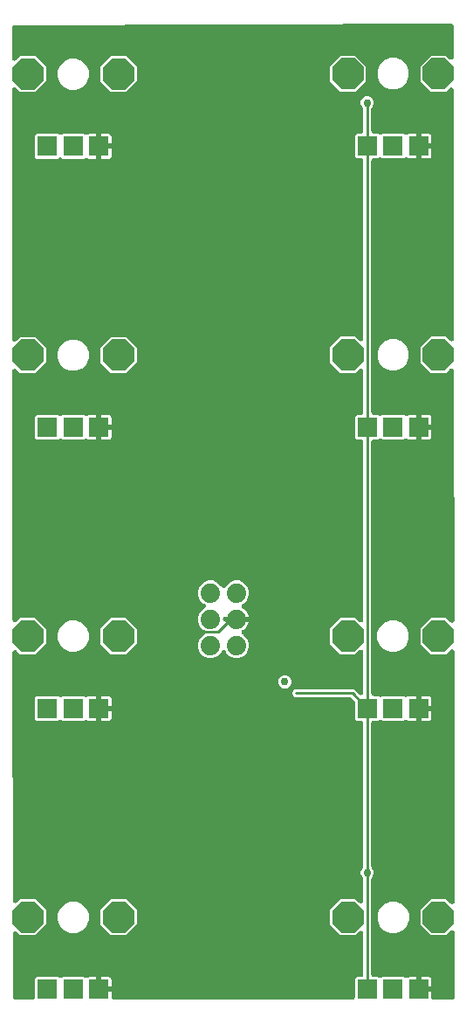
<source format=gbr>
G04 EAGLE Gerber RS-274X export*
G75*
%MOMM*%
%FSLAX34Y34*%
%LPD*%
%INTop Copper*%
%IPPOS*%
%AMOC8*
5,1,8,0,0,1.08239X$1,22.5*%
G01*
%ADD10C,1.879600*%
%ADD11R,1.879600X1.879600*%
%ADD12P,3.247170X8X292.500000*%
%ADD13C,0.254000*%
%ADD14C,0.756400*%

G36*
X436422Y9970D02*
X436422Y9970D01*
X436459Y9967D01*
X436646Y9989D01*
X436834Y10006D01*
X436870Y10016D01*
X436906Y10020D01*
X437086Y10075D01*
X437269Y10124D01*
X437302Y10140D01*
X437337Y10151D01*
X437505Y10236D01*
X437675Y10318D01*
X437705Y10339D01*
X437738Y10355D01*
X437888Y10470D01*
X438042Y10580D01*
X438067Y10606D01*
X438096Y10628D01*
X438224Y10767D01*
X438356Y10902D01*
X438376Y10932D01*
X438401Y10959D01*
X438502Y11119D01*
X438608Y11275D01*
X438623Y11308D01*
X438642Y11339D01*
X438714Y11514D01*
X438790Y11687D01*
X438799Y11722D01*
X438813Y11756D01*
X438852Y11941D01*
X438897Y12124D01*
X438900Y12161D01*
X438907Y12196D01*
X438926Y12508D01*
X438862Y74661D01*
X438850Y74789D01*
X438848Y74918D01*
X438830Y75013D01*
X438821Y75110D01*
X438787Y75234D01*
X438763Y75360D01*
X438728Y75450D01*
X438702Y75544D01*
X438647Y75660D01*
X438601Y75780D01*
X438550Y75863D01*
X438509Y75950D01*
X438434Y76055D01*
X438367Y76165D01*
X438303Y76237D01*
X438246Y76316D01*
X438154Y76406D01*
X438069Y76502D01*
X437993Y76562D01*
X437923Y76630D01*
X437816Y76702D01*
X437715Y76782D01*
X437630Y76827D01*
X437550Y76881D01*
X437432Y76933D01*
X437319Y76994D01*
X437227Y77024D01*
X437138Y77063D01*
X437012Y77094D01*
X436890Y77133D01*
X436795Y77147D01*
X436700Y77169D01*
X436572Y77177D01*
X436444Y77195D01*
X436347Y77191D01*
X436251Y77197D01*
X436123Y77182D01*
X435994Y77176D01*
X435900Y77155D01*
X435804Y77144D01*
X435681Y77107D01*
X435555Y77079D01*
X435465Y77042D01*
X435373Y77013D01*
X435258Y76955D01*
X435139Y76905D01*
X435058Y76853D01*
X434972Y76809D01*
X434869Y76731D01*
X434761Y76661D01*
X434662Y76573D01*
X434613Y76536D01*
X434583Y76504D01*
X434527Y76454D01*
X430366Y72293D01*
X415834Y72293D01*
X405559Y82568D01*
X405559Y97099D01*
X415834Y107374D01*
X430366Y107374D01*
X434496Y103244D01*
X434596Y103160D01*
X434691Y103068D01*
X434769Y103016D01*
X434841Y102955D01*
X434955Y102890D01*
X435064Y102817D01*
X435150Y102779D01*
X435232Y102732D01*
X435356Y102688D01*
X435476Y102635D01*
X435567Y102613D01*
X435656Y102581D01*
X435786Y102560D01*
X435913Y102529D01*
X436008Y102523D01*
X436100Y102508D01*
X436231Y102509D01*
X436363Y102501D01*
X436456Y102512D01*
X436551Y102514D01*
X436680Y102539D01*
X436810Y102554D01*
X436900Y102581D01*
X436993Y102599D01*
X437115Y102647D01*
X437241Y102685D01*
X437325Y102727D01*
X437413Y102761D01*
X437525Y102830D01*
X437642Y102889D01*
X437717Y102946D01*
X437797Y102995D01*
X437896Y103082D01*
X438000Y103162D01*
X438064Y103231D01*
X438135Y103294D01*
X438216Y103397D01*
X438305Y103493D01*
X438356Y103573D01*
X438414Y103647D01*
X438476Y103762D01*
X438547Y103873D01*
X438582Y103961D01*
X438627Y104044D01*
X438667Y104168D01*
X438717Y104290D01*
X438737Y104382D01*
X438766Y104472D01*
X438784Y104602D01*
X438811Y104730D01*
X438819Y104858D01*
X438827Y104918D01*
X438826Y104963D01*
X438830Y105042D01*
X438580Y346824D01*
X438568Y346952D01*
X438567Y347081D01*
X438548Y347176D01*
X438540Y347272D01*
X438506Y347397D01*
X438481Y347523D01*
X438446Y347613D01*
X438421Y347707D01*
X438365Y347823D01*
X438319Y347943D01*
X438269Y348025D01*
X438227Y348113D01*
X438152Y348218D01*
X438085Y348328D01*
X438021Y348400D01*
X437964Y348479D01*
X437872Y348568D01*
X437787Y348665D01*
X437711Y348725D01*
X437641Y348792D01*
X437535Y348864D01*
X437434Y348944D01*
X437348Y348990D01*
X437268Y349044D01*
X437150Y349096D01*
X437037Y349157D01*
X436945Y349187D01*
X436856Y349226D01*
X436731Y349256D01*
X436609Y349296D01*
X436513Y349309D01*
X436419Y349332D01*
X436290Y349340D01*
X436163Y349358D01*
X436066Y349354D01*
X435969Y349359D01*
X435841Y349344D01*
X435713Y349339D01*
X435618Y349318D01*
X435522Y349307D01*
X435399Y349270D01*
X435273Y349242D01*
X435184Y349204D01*
X435091Y349176D01*
X434976Y349118D01*
X434858Y349068D01*
X434776Y349015D01*
X434690Y348971D01*
X434587Y348893D01*
X434479Y348824D01*
X434380Y348736D01*
X434331Y348699D01*
X434302Y348667D01*
X434245Y348617D01*
X430366Y344737D01*
X415834Y344737D01*
X405559Y355012D01*
X405559Y369543D01*
X415834Y379818D01*
X430366Y379818D01*
X434213Y375971D01*
X434314Y375887D01*
X434408Y375795D01*
X434486Y375742D01*
X434559Y375682D01*
X434673Y375617D01*
X434782Y375543D01*
X434868Y375505D01*
X434950Y375459D01*
X435073Y375415D01*
X435193Y375362D01*
X435285Y375339D01*
X435374Y375308D01*
X435503Y375286D01*
X435631Y375255D01*
X435725Y375250D01*
X435818Y375234D01*
X435949Y375236D01*
X436080Y375228D01*
X436174Y375239D01*
X436268Y375240D01*
X436397Y375265D01*
X436528Y375281D01*
X436618Y375308D01*
X436710Y375326D01*
X436833Y375373D01*
X436958Y375411D01*
X437042Y375454D01*
X437130Y375488D01*
X437243Y375557D01*
X437360Y375616D01*
X437435Y375673D01*
X437515Y375722D01*
X437613Y375809D01*
X437718Y375889D01*
X437782Y375958D01*
X437852Y376020D01*
X437934Y376123D01*
X438023Y376220D01*
X438073Y376299D01*
X438132Y376373D01*
X438194Y376489D01*
X438264Y376600D01*
X438300Y376687D01*
X438344Y376770D01*
X438385Y376895D01*
X438435Y377017D01*
X438455Y377109D01*
X438484Y377199D01*
X438502Y377329D01*
X438529Y377457D01*
X438537Y377584D01*
X438545Y377645D01*
X438543Y377690D01*
X438548Y377769D01*
X438298Y618986D01*
X438287Y619115D01*
X438285Y619243D01*
X438267Y619338D01*
X438258Y619435D01*
X438224Y619559D01*
X438199Y619685D01*
X438164Y619776D01*
X438139Y619869D01*
X438084Y619985D01*
X438037Y620105D01*
X437987Y620188D01*
X437945Y620276D01*
X437870Y620380D01*
X437803Y620490D01*
X437739Y620563D01*
X437683Y620641D01*
X437590Y620731D01*
X437505Y620828D01*
X437429Y620888D01*
X437360Y620955D01*
X437253Y621027D01*
X437152Y621107D01*
X437067Y621153D01*
X436986Y621207D01*
X436868Y621259D01*
X436755Y621320D01*
X436663Y621349D01*
X436574Y621389D01*
X436449Y621419D01*
X436327Y621459D01*
X436231Y621472D01*
X436137Y621495D01*
X436008Y621503D01*
X435881Y621520D01*
X435784Y621516D01*
X435687Y621522D01*
X435560Y621507D01*
X435431Y621502D01*
X435336Y621481D01*
X435240Y621469D01*
X435117Y621432D01*
X434991Y621404D01*
X434902Y621367D01*
X434809Y621339D01*
X434695Y621280D01*
X434576Y621231D01*
X434495Y621178D01*
X434408Y621134D01*
X434306Y621056D01*
X434198Y620986D01*
X434099Y620899D01*
X434050Y620862D01*
X434020Y620829D01*
X433963Y620779D01*
X430366Y617181D01*
X415834Y617181D01*
X405559Y627457D01*
X405559Y641988D01*
X415834Y652263D01*
X430366Y652263D01*
X433931Y648698D01*
X434032Y648613D01*
X434126Y648522D01*
X434204Y648469D01*
X434276Y648409D01*
X434390Y648344D01*
X434499Y648270D01*
X434585Y648232D01*
X434667Y648185D01*
X434791Y648141D01*
X434911Y648088D01*
X435003Y648066D01*
X435091Y648035D01*
X435221Y648013D01*
X435349Y647982D01*
X435443Y647976D01*
X435536Y647961D01*
X435667Y647963D01*
X435798Y647955D01*
X435892Y647966D01*
X435986Y647967D01*
X436115Y647992D01*
X436245Y648008D01*
X436335Y648035D01*
X436428Y648053D01*
X436551Y648100D01*
X436676Y648138D01*
X436760Y648181D01*
X436848Y648215D01*
X436960Y648283D01*
X437077Y648343D01*
X437152Y648400D01*
X437233Y648449D01*
X437331Y648536D01*
X437436Y648615D01*
X437499Y648685D01*
X437570Y648747D01*
X437652Y648850D01*
X437740Y648947D01*
X437791Y649026D01*
X437849Y649100D01*
X437911Y649216D01*
X437982Y649327D01*
X438018Y649414D01*
X438062Y649497D01*
X438103Y649622D01*
X438152Y649744D01*
X438172Y649836D01*
X438201Y649925D01*
X438219Y650055D01*
X438247Y650184D01*
X438254Y650311D01*
X438263Y650371D01*
X438261Y650417D01*
X438266Y650496D01*
X438016Y891149D01*
X438005Y891277D01*
X438003Y891406D01*
X437985Y891501D01*
X437976Y891598D01*
X437942Y891722D01*
X437918Y891848D01*
X437883Y891938D01*
X437857Y892032D01*
X437802Y892148D01*
X437755Y892268D01*
X437705Y892351D01*
X437663Y892438D01*
X437588Y892543D01*
X437521Y892653D01*
X437457Y892725D01*
X437401Y892804D01*
X437308Y892894D01*
X437223Y892990D01*
X437147Y893050D01*
X437078Y893118D01*
X436971Y893190D01*
X436870Y893270D01*
X436785Y893315D01*
X436704Y893369D01*
X436587Y893421D01*
X436473Y893482D01*
X436381Y893512D01*
X436293Y893551D01*
X436167Y893582D01*
X436045Y893621D01*
X435949Y893635D01*
X435855Y893657D01*
X435726Y893665D01*
X435599Y893683D01*
X435502Y893679D01*
X435406Y893685D01*
X435278Y893670D01*
X435149Y893664D01*
X435054Y893643D01*
X434958Y893632D01*
X434835Y893595D01*
X434710Y893567D01*
X434620Y893530D01*
X434527Y893501D01*
X434413Y893443D01*
X434294Y893393D01*
X434213Y893341D01*
X434126Y893297D01*
X434024Y893219D01*
X433916Y893149D01*
X433817Y893061D01*
X433768Y893024D01*
X433738Y892992D01*
X433682Y892942D01*
X430366Y889626D01*
X415834Y889626D01*
X405559Y899901D01*
X405559Y914432D01*
X415834Y924707D01*
X430366Y924707D01*
X433648Y921424D01*
X433749Y921340D01*
X433843Y921249D01*
X433922Y921196D01*
X433994Y921136D01*
X434108Y921070D01*
X434217Y920997D01*
X434303Y920959D01*
X434385Y920912D01*
X434508Y920868D01*
X434629Y920815D01*
X434720Y920793D01*
X434809Y920761D01*
X434939Y920740D01*
X435066Y920709D01*
X435160Y920703D01*
X435253Y920688D01*
X435384Y920690D01*
X435516Y920682D01*
X435609Y920693D01*
X435704Y920694D01*
X435833Y920719D01*
X435963Y920734D01*
X436053Y920762D01*
X436146Y920780D01*
X436268Y920827D01*
X436394Y920865D01*
X436478Y920908D01*
X436566Y920942D01*
X436678Y921010D01*
X436795Y921070D01*
X436870Y921127D01*
X436950Y921176D01*
X437049Y921263D01*
X437153Y921342D01*
X437217Y921412D01*
X437288Y921474D01*
X437369Y921577D01*
X437458Y921674D01*
X437509Y921753D01*
X437567Y921827D01*
X437629Y921943D01*
X437700Y922054D01*
X437735Y922141D01*
X437780Y922224D01*
X437820Y922349D01*
X437870Y922470D01*
X437890Y922563D01*
X437919Y922652D01*
X437937Y922782D01*
X437964Y922911D01*
X437972Y923038D01*
X437980Y923098D01*
X437978Y923144D01*
X437983Y923223D01*
X437952Y952955D01*
X437949Y952993D01*
X437951Y953031D01*
X437929Y953216D01*
X437912Y953403D01*
X437902Y953440D01*
X437897Y953478D01*
X437843Y953656D01*
X437793Y953837D01*
X437777Y953872D01*
X437766Y953908D01*
X437680Y954074D01*
X437599Y954244D01*
X437577Y954275D01*
X437560Y954309D01*
X437446Y954457D01*
X437337Y954610D01*
X437309Y954636D01*
X437286Y954666D01*
X437148Y954793D01*
X437014Y954923D01*
X436982Y954944D01*
X436954Y954970D01*
X436796Y955070D01*
X436640Y955175D01*
X436606Y955190D01*
X436573Y955211D01*
X436400Y955281D01*
X436229Y955357D01*
X436191Y955366D01*
X436156Y955380D01*
X435973Y955419D01*
X435791Y955463D01*
X435753Y955465D01*
X435716Y955473D01*
X435404Y955491D01*
X11703Y953887D01*
X11673Y953884D01*
X11641Y953886D01*
X11448Y953864D01*
X11255Y953846D01*
X11225Y953837D01*
X11194Y953834D01*
X11009Y953777D01*
X10821Y953726D01*
X10793Y953712D01*
X10763Y953703D01*
X10591Y953615D01*
X10415Y953531D01*
X10390Y953512D01*
X10362Y953498D01*
X10208Y953381D01*
X10050Y953267D01*
X10029Y953245D01*
X10004Y953226D01*
X9873Y953083D01*
X9737Y952943D01*
X9720Y952917D01*
X9699Y952894D01*
X9595Y952731D01*
X9487Y952569D01*
X9474Y952541D01*
X9458Y952514D01*
X9384Y952334D01*
X9306Y952157D01*
X9299Y952127D01*
X9287Y952098D01*
X9246Y951908D01*
X9201Y951719D01*
X9199Y951688D01*
X9193Y951657D01*
X9174Y951345D01*
X9204Y922271D01*
X9216Y922143D01*
X9217Y922014D01*
X9236Y921919D01*
X9244Y921823D01*
X9278Y921698D01*
X9303Y921572D01*
X9338Y921482D01*
X9363Y921389D01*
X9419Y921272D01*
X9465Y921152D01*
X9515Y921070D01*
X9557Y920982D01*
X9632Y920877D01*
X9699Y920768D01*
X9763Y920695D01*
X9820Y920616D01*
X9912Y920527D01*
X9997Y920430D01*
X10073Y920370D01*
X10143Y920303D01*
X10249Y920231D01*
X10350Y920151D01*
X10436Y920105D01*
X10516Y920051D01*
X10634Y919999D01*
X10747Y919938D01*
X10839Y919908D01*
X10928Y919869D01*
X11053Y919839D01*
X11175Y919799D01*
X11271Y919786D01*
X11366Y919763D01*
X11494Y919755D01*
X11622Y919738D01*
X11718Y919741D01*
X11815Y919736D01*
X11943Y919751D01*
X12071Y919756D01*
X12166Y919777D01*
X12262Y919788D01*
X12385Y919826D01*
X12511Y919853D01*
X12600Y919891D01*
X12693Y919919D01*
X12808Y919977D01*
X12926Y920027D01*
X13008Y920080D01*
X13094Y920124D01*
X13197Y920202D01*
X13305Y920271D01*
X13404Y920359D01*
X13453Y920396D01*
X13482Y920429D01*
X13539Y920478D01*
X17434Y924374D01*
X31966Y924374D01*
X42241Y914099D01*
X42241Y899568D01*
X31966Y889293D01*
X17434Y889293D01*
X13571Y893156D01*
X13470Y893240D01*
X13376Y893332D01*
X13298Y893385D01*
X13225Y893445D01*
X13112Y893510D01*
X13003Y893584D01*
X12916Y893622D01*
X12835Y893668D01*
X12711Y893712D01*
X12591Y893765D01*
X12499Y893788D01*
X12410Y893819D01*
X12281Y893841D01*
X12153Y893872D01*
X12059Y893877D01*
X11966Y893893D01*
X11835Y893891D01*
X11704Y893899D01*
X11610Y893888D01*
X11516Y893887D01*
X11387Y893862D01*
X11256Y893846D01*
X11166Y893819D01*
X11074Y893801D01*
X10951Y893754D01*
X10826Y893716D01*
X10742Y893673D01*
X10654Y893639D01*
X10541Y893570D01*
X10425Y893511D01*
X10350Y893454D01*
X10269Y893405D01*
X10171Y893318D01*
X10066Y893238D01*
X10002Y893169D01*
X9932Y893107D01*
X9850Y893004D01*
X9761Y892907D01*
X9711Y892827D01*
X9652Y892754D01*
X9590Y892638D01*
X9520Y892527D01*
X9484Y892440D01*
X9440Y892357D01*
X9399Y892232D01*
X9349Y892110D01*
X9329Y892018D01*
X9300Y891928D01*
X9282Y891798D01*
X9255Y891670D01*
X9247Y891543D01*
X9239Y891482D01*
X9241Y891437D01*
X9236Y891358D01*
X9486Y650220D01*
X9498Y650092D01*
X9500Y649963D01*
X9518Y649868D01*
X9527Y649772D01*
X9561Y649647D01*
X9585Y649521D01*
X9620Y649431D01*
X9646Y649337D01*
X9701Y649221D01*
X9747Y649101D01*
X9798Y649018D01*
X9839Y648931D01*
X9914Y648826D01*
X9981Y648716D01*
X10045Y648644D01*
X10102Y648565D01*
X10194Y648475D01*
X10279Y648379D01*
X10355Y648319D01*
X10425Y648251D01*
X10532Y648180D01*
X10633Y648100D01*
X10718Y648054D01*
X10798Y648000D01*
X10916Y647948D01*
X11029Y647887D01*
X11121Y647857D01*
X11210Y647818D01*
X11336Y647788D01*
X11458Y647748D01*
X11553Y647735D01*
X11648Y647712D01*
X11776Y647704D01*
X11904Y647686D01*
X12001Y647690D01*
X12097Y647685D01*
X12225Y647700D01*
X12354Y647705D01*
X12448Y647726D01*
X12544Y647737D01*
X12668Y647774D01*
X12793Y647802D01*
X12882Y647840D01*
X12975Y647868D01*
X13090Y647926D01*
X13209Y647976D01*
X13290Y648029D01*
X13376Y648073D01*
X13479Y648151D01*
X13587Y648220D01*
X13686Y648308D01*
X13735Y648345D01*
X13765Y648377D01*
X13821Y648427D01*
X17434Y652041D01*
X31966Y652041D01*
X42241Y641766D01*
X42241Y627234D01*
X31966Y616959D01*
X17434Y616959D01*
X13854Y620540D01*
X13753Y620624D01*
X13659Y620716D01*
X13581Y620768D01*
X13508Y620829D01*
X13394Y620894D01*
X13285Y620967D01*
X13199Y621006D01*
X13117Y621052D01*
X12994Y621096D01*
X12873Y621149D01*
X12782Y621172D01*
X12693Y621203D01*
X12564Y621224D01*
X12436Y621255D01*
X12342Y621261D01*
X12249Y621277D01*
X12118Y621275D01*
X11986Y621283D01*
X11893Y621272D01*
X11799Y621270D01*
X11670Y621245D01*
X11539Y621230D01*
X11449Y621203D01*
X11357Y621185D01*
X11234Y621138D01*
X11108Y621099D01*
X11024Y621057D01*
X10937Y621023D01*
X10824Y620954D01*
X10707Y620895D01*
X10632Y620838D01*
X10552Y620789D01*
X10453Y620702D01*
X10349Y620622D01*
X10285Y620553D01*
X10214Y620490D01*
X10133Y620387D01*
X10044Y620291D01*
X9994Y620211D01*
X9935Y620137D01*
X9873Y620022D01*
X9803Y619911D01*
X9767Y619823D01*
X9722Y619740D01*
X9682Y619616D01*
X9632Y619494D01*
X9612Y619402D01*
X9583Y619312D01*
X9565Y619182D01*
X9538Y619054D01*
X9530Y618926D01*
X9522Y618866D01*
X9524Y618821D01*
X9519Y618742D01*
X9768Y378169D01*
X9780Y378041D01*
X9782Y377912D01*
X9800Y377817D01*
X9809Y377721D01*
X9843Y377596D01*
X9867Y377470D01*
X9902Y377380D01*
X9928Y377286D01*
X9983Y377170D01*
X10030Y377050D01*
X10080Y376967D01*
X10122Y376880D01*
X10197Y376775D01*
X10264Y376665D01*
X10328Y376593D01*
X10384Y376514D01*
X10476Y376424D01*
X10562Y376328D01*
X10638Y376268D01*
X10707Y376200D01*
X10814Y376128D01*
X10915Y376049D01*
X11000Y376003D01*
X11080Y375949D01*
X11198Y375897D01*
X11312Y375836D01*
X11404Y375806D01*
X11492Y375767D01*
X11618Y375736D01*
X11740Y375697D01*
X11836Y375684D01*
X11930Y375661D01*
X12058Y375653D01*
X12186Y375635D01*
X12283Y375639D01*
X12379Y375633D01*
X12507Y375648D01*
X12636Y375654D01*
X12731Y375675D01*
X12827Y375686D01*
X12950Y375723D01*
X13075Y375751D01*
X13165Y375789D01*
X13257Y375817D01*
X13372Y375875D01*
X13491Y375925D01*
X13572Y375977D01*
X13658Y376022D01*
X13761Y376099D01*
X13869Y376169D01*
X13968Y376257D01*
X14017Y376294D01*
X14047Y376326D01*
X14103Y376376D01*
X17434Y379707D01*
X31966Y379707D01*
X42241Y369432D01*
X42241Y354901D01*
X31966Y344626D01*
X17434Y344626D01*
X14136Y347924D01*
X14036Y348008D01*
X13941Y348100D01*
X13863Y348152D01*
X13791Y348213D01*
X13677Y348278D01*
X13568Y348351D01*
X13482Y348389D01*
X13400Y348436D01*
X13276Y348480D01*
X13156Y348533D01*
X13065Y348555D01*
X12976Y348587D01*
X12846Y348608D01*
X12719Y348639D01*
X12624Y348645D01*
X12532Y348660D01*
X12401Y348659D01*
X12269Y348667D01*
X12176Y348656D01*
X12081Y348654D01*
X11952Y348629D01*
X11822Y348614D01*
X11732Y348587D01*
X11639Y348569D01*
X11517Y348521D01*
X11391Y348483D01*
X11307Y348440D01*
X11219Y348406D01*
X11107Y348338D01*
X10990Y348279D01*
X10915Y348222D01*
X10835Y348173D01*
X10736Y348086D01*
X10632Y348006D01*
X10568Y347937D01*
X10497Y347874D01*
X10416Y347771D01*
X10327Y347675D01*
X10276Y347595D01*
X10218Y347521D01*
X10156Y347406D01*
X10085Y347295D01*
X10050Y347207D01*
X10005Y347124D01*
X9965Y346999D01*
X9915Y346878D01*
X9895Y346786D01*
X9866Y346696D01*
X9848Y346566D01*
X9821Y346438D01*
X9813Y346310D01*
X9805Y346250D01*
X9806Y346204D01*
X9802Y346126D01*
X10051Y106118D01*
X10062Y105990D01*
X10064Y105861D01*
X10082Y105766D01*
X10091Y105669D01*
X10125Y105545D01*
X10149Y105419D01*
X10184Y105329D01*
X10210Y105235D01*
X10265Y105119D01*
X10312Y104999D01*
X10362Y104916D01*
X10404Y104829D01*
X10479Y104724D01*
X10546Y104614D01*
X10610Y104542D01*
X10666Y104463D01*
X10759Y104373D01*
X10844Y104277D01*
X10920Y104217D01*
X10989Y104149D01*
X11096Y104077D01*
X11197Y103997D01*
X11282Y103952D01*
X11363Y103898D01*
X11480Y103846D01*
X11594Y103785D01*
X11686Y103755D01*
X11775Y103716D01*
X11900Y103685D01*
X12022Y103646D01*
X12118Y103632D01*
X12212Y103610D01*
X12341Y103602D01*
X12468Y103584D01*
X12565Y103588D01*
X12662Y103582D01*
X12789Y103597D01*
X12918Y103603D01*
X13013Y103624D01*
X13109Y103635D01*
X13232Y103672D01*
X13358Y103700D01*
X13447Y103738D01*
X13540Y103766D01*
X13654Y103824D01*
X13773Y103874D01*
X13855Y103926D01*
X13941Y103970D01*
X14043Y104048D01*
X14151Y104118D01*
X14250Y104206D01*
X14299Y104243D01*
X14329Y104275D01*
X14385Y104325D01*
X17434Y107374D01*
X31966Y107374D01*
X42241Y97099D01*
X42241Y82568D01*
X31966Y72293D01*
X17434Y72293D01*
X14419Y75308D01*
X14319Y75392D01*
X14224Y75484D01*
X14146Y75536D01*
X14074Y75597D01*
X13960Y75662D01*
X13851Y75735D01*
X13765Y75773D01*
X13683Y75820D01*
X13559Y75864D01*
X13439Y75917D01*
X13347Y75939D01*
X13259Y75971D01*
X13129Y75992D01*
X13001Y76023D01*
X12907Y76029D01*
X12814Y76044D01*
X12683Y76043D01*
X12552Y76050D01*
X12458Y76039D01*
X12364Y76038D01*
X12235Y76013D01*
X12105Y75998D01*
X12015Y75971D01*
X11922Y75953D01*
X11800Y75905D01*
X11674Y75867D01*
X11590Y75824D01*
X11502Y75790D01*
X11390Y75722D01*
X11273Y75662D01*
X11198Y75605D01*
X11117Y75556D01*
X11019Y75469D01*
X10914Y75390D01*
X10851Y75321D01*
X10780Y75258D01*
X10698Y75155D01*
X10610Y75059D01*
X10559Y74979D01*
X10501Y74905D01*
X10439Y74789D01*
X10368Y74679D01*
X10332Y74591D01*
X10288Y74508D01*
X10247Y74383D01*
X10198Y74262D01*
X10178Y74170D01*
X10149Y74080D01*
X10131Y73950D01*
X10103Y73822D01*
X10096Y73694D01*
X10087Y73634D01*
X10089Y73588D01*
X10084Y73510D01*
X10148Y12692D01*
X10151Y12659D01*
X10148Y12626D01*
X10171Y12435D01*
X10188Y12243D01*
X10197Y12212D01*
X10200Y12179D01*
X10256Y11995D01*
X10307Y11809D01*
X10321Y11779D01*
X10330Y11748D01*
X10418Y11577D01*
X10501Y11403D01*
X10520Y11376D01*
X10535Y11347D01*
X10651Y11193D01*
X10763Y11037D01*
X10787Y11014D01*
X10807Y10988D01*
X10948Y10857D01*
X11086Y10723D01*
X11113Y10705D01*
X11137Y10683D01*
X11300Y10579D01*
X11460Y10471D01*
X11490Y10458D01*
X11517Y10441D01*
X11695Y10368D01*
X11872Y10290D01*
X11903Y10282D01*
X11934Y10269D01*
X12122Y10229D01*
X12309Y10183D01*
X12342Y10181D01*
X12374Y10174D01*
X12686Y10155D01*
X29221Y10148D01*
X29256Y10151D01*
X29291Y10149D01*
X29480Y10171D01*
X29669Y10187D01*
X29703Y10197D01*
X29738Y10201D01*
X29921Y10256D01*
X30104Y10306D01*
X30136Y10321D01*
X30169Y10331D01*
X30339Y10417D01*
X30511Y10499D01*
X30539Y10519D01*
X30571Y10535D01*
X30722Y10650D01*
X30877Y10761D01*
X30901Y10786D01*
X30929Y10807D01*
X31058Y10947D01*
X31191Y11083D01*
X31211Y11113D01*
X31235Y11139D01*
X31337Y11299D01*
X31443Y11456D01*
X31457Y11489D01*
X31476Y11518D01*
X31549Y11694D01*
X31626Y11868D01*
X31634Y11902D01*
X31647Y11935D01*
X31687Y12121D01*
X31732Y12305D01*
X31735Y12341D01*
X31742Y12375D01*
X31761Y12687D01*
X31761Y30284D01*
X33250Y31772D01*
X54150Y31772D01*
X54404Y31518D01*
X54431Y31496D01*
X54454Y31470D01*
X54603Y31352D01*
X54750Y31229D01*
X54780Y31212D01*
X54807Y31190D01*
X54975Y31101D01*
X55141Y31006D01*
X55173Y30994D01*
X55204Y30978D01*
X55385Y30919D01*
X55565Y30855D01*
X55599Y30849D01*
X55632Y30839D01*
X55822Y30812D01*
X56009Y30781D01*
X56044Y30782D01*
X56078Y30777D01*
X56269Y30785D01*
X56459Y30788D01*
X56493Y30794D01*
X56528Y30796D01*
X56714Y30837D01*
X56902Y30873D01*
X56934Y30886D01*
X56968Y30893D01*
X57144Y30967D01*
X57322Y31035D01*
X57351Y31053D01*
X57383Y31067D01*
X57544Y31171D01*
X57706Y31269D01*
X57732Y31292D01*
X57761Y31311D01*
X57996Y31518D01*
X58250Y31772D01*
X79150Y31772D01*
X79409Y31513D01*
X79527Y31415D01*
X79638Y31311D01*
X79699Y31271D01*
X79754Y31224D01*
X79887Y31149D01*
X80016Y31065D01*
X80082Y31037D01*
X80145Y31001D01*
X80290Y30950D01*
X80430Y30891D01*
X80501Y30875D01*
X80570Y30850D01*
X80720Y30825D01*
X80870Y30792D01*
X80942Y30789D01*
X81014Y30777D01*
X81167Y30779D01*
X81320Y30772D01*
X81392Y30782D01*
X81464Y30783D01*
X81614Y30812D01*
X81766Y30832D01*
X81835Y30855D01*
X81906Y30868D01*
X82048Y30923D01*
X82194Y30971D01*
X82278Y31012D01*
X82326Y31031D01*
X82375Y31060D01*
X82474Y31110D01*
X83321Y31599D01*
X83967Y31772D01*
X91161Y31772D01*
X91161Y19834D01*
X91164Y19799D01*
X91162Y19765D01*
X91184Y19575D01*
X91200Y19385D01*
X91210Y19352D01*
X91214Y19317D01*
X91269Y19134D01*
X91319Y18951D01*
X91334Y18920D01*
X91344Y18886D01*
X91431Y18716D01*
X91512Y18544D01*
X91533Y18516D01*
X91548Y18485D01*
X91663Y18333D01*
X91775Y18178D01*
X91799Y18154D01*
X91820Y18126D01*
X91821Y18126D01*
X91961Y17997D01*
X92098Y17864D01*
X92126Y17844D01*
X92152Y17821D01*
X92313Y17718D01*
X92471Y17611D01*
X92502Y17597D01*
X92532Y17579D01*
X92708Y17506D01*
X92883Y17429D01*
X92916Y17421D01*
X92948Y17408D01*
X93135Y17368D01*
X93320Y17323D01*
X93354Y17320D01*
X93388Y17313D01*
X93700Y17294D01*
X105639Y17294D01*
X105639Y12652D01*
X105642Y12618D01*
X105640Y12584D01*
X105662Y12394D01*
X105679Y12203D01*
X105688Y12170D01*
X105692Y12137D01*
X105747Y11953D01*
X105797Y11769D01*
X105812Y11738D01*
X105822Y11706D01*
X105909Y11534D01*
X105991Y11362D01*
X106010Y11335D01*
X106026Y11304D01*
X106141Y11152D01*
X106253Y10996D01*
X106277Y10972D01*
X106298Y10945D01*
X106438Y10816D01*
X106575Y10682D01*
X106604Y10663D01*
X106629Y10640D01*
X106790Y10537D01*
X106948Y10430D01*
X106980Y10416D01*
X107008Y10398D01*
X107185Y10325D01*
X107360Y10248D01*
X107393Y10240D01*
X107425Y10227D01*
X107612Y10187D01*
X107798Y10141D01*
X107832Y10139D01*
X107865Y10132D01*
X108177Y10113D01*
X339621Y10009D01*
X339656Y10013D01*
X339691Y10010D01*
X339880Y10032D01*
X340069Y10049D01*
X340103Y10058D01*
X340138Y10063D01*
X340321Y10118D01*
X340504Y10168D01*
X340536Y10183D01*
X340569Y10193D01*
X340739Y10279D01*
X340911Y10361D01*
X340939Y10381D01*
X340971Y10397D01*
X341122Y10512D01*
X341277Y10623D01*
X341301Y10648D01*
X341329Y10669D01*
X341458Y10809D01*
X341591Y10945D01*
X341611Y10974D01*
X341635Y11000D01*
X341737Y11161D01*
X341843Y11318D01*
X341857Y11350D01*
X341876Y11380D01*
X341948Y11556D01*
X342026Y11730D01*
X342034Y11764D01*
X342047Y11797D01*
X342087Y11982D01*
X342132Y12167D01*
X342135Y12202D01*
X342142Y12237D01*
X342161Y12549D01*
X342161Y30284D01*
X343650Y31772D01*
X347750Y31772D01*
X347785Y31775D01*
X347819Y31773D01*
X348008Y31795D01*
X348199Y31812D01*
X348232Y31821D01*
X348266Y31825D01*
X348449Y31880D01*
X348633Y31930D01*
X348664Y31945D01*
X348697Y31955D01*
X348868Y32042D01*
X349040Y32124D01*
X349068Y32144D01*
X349099Y32160D01*
X349251Y32275D01*
X349406Y32386D01*
X349430Y32411D01*
X349457Y32432D01*
X349586Y32572D01*
X349720Y32709D01*
X349739Y32737D01*
X349763Y32763D01*
X349865Y32924D01*
X349972Y33082D01*
X349986Y33113D01*
X350004Y33143D01*
X350077Y33319D01*
X350154Y33494D01*
X350162Y33527D01*
X350175Y33559D01*
X350215Y33746D01*
X350261Y33931D01*
X350263Y33965D01*
X350270Y33999D01*
X350289Y34311D01*
X350289Y74086D01*
X350278Y74216D01*
X350276Y74346D01*
X350258Y74439D01*
X350249Y74534D01*
X350215Y74660D01*
X350190Y74788D01*
X350156Y74877D01*
X350131Y74969D01*
X350075Y75086D01*
X350028Y75208D01*
X349978Y75289D01*
X349937Y75375D01*
X349862Y75481D01*
X349794Y75592D01*
X349731Y75664D01*
X349675Y75742D01*
X349582Y75832D01*
X349496Y75930D01*
X349421Y75989D01*
X349353Y76056D01*
X349245Y76129D01*
X349143Y76209D01*
X349059Y76254D01*
X348980Y76308D01*
X348861Y76360D01*
X348746Y76422D01*
X348655Y76451D01*
X348568Y76490D01*
X348441Y76521D01*
X348318Y76561D01*
X348223Y76574D01*
X348130Y76597D01*
X348001Y76605D01*
X347872Y76622D01*
X347776Y76618D01*
X347681Y76624D01*
X347552Y76609D01*
X347422Y76604D01*
X347329Y76583D01*
X347234Y76572D01*
X347109Y76535D01*
X346982Y76506D01*
X346894Y76470D01*
X346803Y76442D01*
X346687Y76383D01*
X346567Y76333D01*
X346487Y76281D01*
X346401Y76238D01*
X346298Y76159D01*
X346189Y76088D01*
X346091Y76002D01*
X346043Y75966D01*
X346012Y75933D01*
X345954Y75881D01*
X342366Y72293D01*
X327834Y72293D01*
X317559Y82568D01*
X317559Y97099D01*
X327834Y107374D01*
X342366Y107374D01*
X345954Y103785D01*
X346054Y103702D01*
X346147Y103611D01*
X346227Y103557D01*
X346300Y103496D01*
X346413Y103432D01*
X346520Y103359D01*
X346608Y103320D01*
X346691Y103273D01*
X346813Y103229D01*
X346932Y103177D01*
X347025Y103154D01*
X347115Y103122D01*
X347243Y103101D01*
X347370Y103070D01*
X347465Y103064D01*
X347559Y103049D01*
X347689Y103050D01*
X347819Y103042D01*
X347914Y103053D01*
X348010Y103055D01*
X348137Y103079D01*
X348266Y103094D01*
X348358Y103122D01*
X348452Y103140D01*
X348573Y103187D01*
X348697Y103225D01*
X348782Y103268D01*
X348872Y103303D01*
X348983Y103370D01*
X349099Y103429D01*
X349175Y103487D01*
X349256Y103536D01*
X349354Y103623D01*
X349457Y103701D01*
X349522Y103771D01*
X349594Y103835D01*
X349674Y103937D01*
X349763Y104032D01*
X349814Y104113D01*
X349873Y104188D01*
X349934Y104302D01*
X350004Y104412D01*
X350041Y104500D01*
X350086Y104585D01*
X350126Y104708D01*
X350175Y104829D01*
X350195Y104922D01*
X350225Y105013D01*
X350243Y105142D01*
X350270Y105269D01*
X350278Y105398D01*
X350286Y105459D01*
X350285Y105504D01*
X350289Y105581D01*
X350289Y126717D01*
X350275Y126881D01*
X350268Y127045D01*
X350255Y127105D01*
X350249Y127166D01*
X350206Y127325D01*
X350170Y127485D01*
X350147Y127541D01*
X350131Y127600D01*
X350060Y127748D01*
X349997Y127900D01*
X349964Y127952D01*
X349937Y128007D01*
X349842Y128140D01*
X349752Y128279D01*
X349701Y128336D01*
X349675Y128373D01*
X349632Y128415D01*
X349546Y128513D01*
X348640Y129418D01*
X347677Y131742D01*
X347677Y134258D01*
X348640Y136582D01*
X349546Y137487D01*
X349651Y137614D01*
X349763Y137734D01*
X349795Y137786D01*
X349834Y137833D01*
X349916Y137975D01*
X350004Y138114D01*
X350028Y138171D01*
X350058Y138224D01*
X350113Y138378D01*
X350175Y138531D01*
X350188Y138590D01*
X350209Y138648D01*
X350235Y138810D01*
X350270Y138971D01*
X350275Y139048D01*
X350282Y139092D01*
X350281Y139153D01*
X350289Y139283D01*
X350289Y277800D01*
X350286Y277834D01*
X350288Y277869D01*
X350266Y278058D01*
X350249Y278248D01*
X350240Y278282D01*
X350236Y278316D01*
X350181Y278499D01*
X350131Y278683D01*
X350116Y278714D01*
X350106Y278747D01*
X350019Y278918D01*
X349937Y279089D01*
X349917Y279117D01*
X349902Y279148D01*
X349786Y279300D01*
X349675Y279455D01*
X349650Y279480D01*
X349630Y279507D01*
X349490Y279636D01*
X349353Y279769D01*
X349324Y279789D01*
X349298Y279812D01*
X349137Y279915D01*
X348980Y280021D01*
X348948Y280035D01*
X348919Y280054D01*
X348742Y280127D01*
X348568Y280204D01*
X348534Y280212D01*
X348502Y280225D01*
X348315Y280265D01*
X348130Y280310D01*
X348096Y280312D01*
X348062Y280320D01*
X347750Y280339D01*
X343650Y280339D01*
X342161Y281827D01*
X342161Y297775D01*
X342147Y297939D01*
X342140Y298104D01*
X342127Y298163D01*
X342121Y298224D01*
X342078Y298383D01*
X342042Y298543D01*
X342019Y298600D01*
X342003Y298658D01*
X341932Y298806D01*
X341869Y298959D01*
X341836Y299010D01*
X341809Y299065D01*
X341714Y299198D01*
X341624Y299337D01*
X341573Y299395D01*
X341547Y299431D01*
X341504Y299474D01*
X341418Y299571D01*
X338543Y302446D01*
X338417Y302551D01*
X338296Y302663D01*
X338244Y302695D01*
X338198Y302734D01*
X338055Y302816D01*
X337916Y302904D01*
X337860Y302928D01*
X337807Y302958D01*
X337652Y303013D01*
X337500Y303075D01*
X337440Y303088D01*
X337382Y303109D01*
X337220Y303135D01*
X337059Y303170D01*
X336982Y303175D01*
X336938Y303182D01*
X336877Y303181D01*
X336747Y303189D01*
X284242Y303189D01*
X282841Y303769D01*
X281769Y304841D01*
X281189Y306242D01*
X281189Y307758D01*
X281769Y309159D01*
X282841Y310231D01*
X284242Y310811D01*
X340136Y310811D01*
X341536Y310231D01*
X342965Y308801D01*
X342966Y308801D01*
X345954Y305812D01*
X346054Y305729D01*
X346147Y305638D01*
X346227Y305585D01*
X346300Y305524D01*
X346413Y305459D01*
X346520Y305386D01*
X346608Y305348D01*
X346691Y305300D01*
X346813Y305257D01*
X346932Y305204D01*
X347025Y305181D01*
X347115Y305149D01*
X347243Y305128D01*
X347370Y305097D01*
X347465Y305091D01*
X347559Y305076D01*
X347689Y305078D01*
X347819Y305070D01*
X347914Y305081D01*
X348010Y305082D01*
X348137Y305107D01*
X348266Y305122D01*
X348358Y305149D01*
X348452Y305168D01*
X348573Y305214D01*
X348697Y305252D01*
X348783Y305295D01*
X348872Y305330D01*
X348983Y305397D01*
X349099Y305456D01*
X349175Y305514D01*
X349256Y305564D01*
X349354Y305650D01*
X349457Y305728D01*
X349522Y305799D01*
X349594Y305862D01*
X349674Y305964D01*
X349763Y306060D01*
X349814Y306140D01*
X349873Y306215D01*
X349934Y306330D01*
X350004Y306439D01*
X350041Y306528D01*
X350086Y306612D01*
X350126Y306736D01*
X350175Y306856D01*
X350195Y306949D01*
X350225Y307040D01*
X350243Y307169D01*
X350270Y307296D01*
X350278Y307426D01*
X350286Y307486D01*
X350285Y307531D01*
X350289Y307608D01*
X350289Y346530D01*
X350278Y346660D01*
X350276Y346790D01*
X350258Y346884D01*
X350249Y346979D01*
X350215Y347104D01*
X350190Y347232D01*
X350156Y347321D01*
X350131Y347413D01*
X350075Y347530D01*
X350028Y347652D01*
X349978Y347734D01*
X349937Y347820D01*
X349862Y347926D01*
X349794Y348037D01*
X349731Y348108D01*
X349675Y348186D01*
X349582Y348277D01*
X349496Y348374D01*
X349421Y348433D01*
X349353Y348500D01*
X349245Y348573D01*
X349143Y348654D01*
X349059Y348699D01*
X348980Y348752D01*
X348861Y348805D01*
X348746Y348866D01*
X348655Y348896D01*
X348568Y348934D01*
X348441Y348965D01*
X348318Y349005D01*
X348223Y349018D01*
X348130Y349041D01*
X348001Y349049D01*
X347872Y349067D01*
X347776Y349063D01*
X347681Y349069D01*
X347552Y349054D01*
X347422Y349048D01*
X347329Y349028D01*
X347234Y349017D01*
X347109Y348979D01*
X346982Y348951D01*
X346894Y348914D01*
X346803Y348886D01*
X346687Y348827D01*
X346567Y348777D01*
X346487Y348725D01*
X346401Y348682D01*
X346298Y348603D01*
X346189Y348533D01*
X346091Y348447D01*
X346043Y348410D01*
X346012Y348377D01*
X345954Y348326D01*
X342366Y344737D01*
X327834Y344737D01*
X317559Y355012D01*
X317559Y369543D01*
X327834Y379818D01*
X342366Y379818D01*
X345954Y376230D01*
X346054Y376146D01*
X346147Y376055D01*
X346227Y376002D01*
X346300Y375941D01*
X346413Y375876D01*
X346520Y375803D01*
X346608Y375765D01*
X346691Y375717D01*
X346813Y375674D01*
X346932Y375621D01*
X347025Y375598D01*
X347115Y375566D01*
X347243Y375545D01*
X347370Y375514D01*
X347465Y375509D01*
X347559Y375493D01*
X347689Y375495D01*
X347819Y375487D01*
X347914Y375498D01*
X348010Y375499D01*
X348137Y375524D01*
X348266Y375539D01*
X348358Y375567D01*
X348452Y375585D01*
X348573Y375631D01*
X348697Y375669D01*
X348782Y375713D01*
X348872Y375747D01*
X348983Y375815D01*
X349099Y375874D01*
X349175Y375931D01*
X349256Y375981D01*
X349354Y376067D01*
X349457Y376146D01*
X349522Y376216D01*
X349594Y376279D01*
X349674Y376381D01*
X349763Y376477D01*
X349814Y376557D01*
X349873Y376632D01*
X349934Y376747D01*
X350004Y376856D01*
X350041Y376945D01*
X350086Y377029D01*
X350126Y377153D01*
X350175Y377273D01*
X350195Y377366D01*
X350225Y377457D01*
X350243Y377586D01*
X350270Y377713D01*
X350278Y377843D01*
X350286Y377903D01*
X350285Y377948D01*
X350289Y378025D01*
X350289Y550244D01*
X350286Y550279D01*
X350288Y550313D01*
X350266Y550503D01*
X350249Y550693D01*
X350240Y550726D01*
X350236Y550761D01*
X350181Y550943D01*
X350131Y551127D01*
X350116Y551158D01*
X350106Y551192D01*
X350019Y551362D01*
X349937Y551534D01*
X349917Y551562D01*
X349902Y551593D01*
X349786Y551745D01*
X349675Y551900D01*
X349650Y551924D01*
X349630Y551952D01*
X349490Y552081D01*
X349353Y552214D01*
X349324Y552233D01*
X349298Y552257D01*
X349137Y552359D01*
X348980Y552466D01*
X348948Y552480D01*
X348919Y552499D01*
X348742Y552571D01*
X348568Y552648D01*
X348534Y552656D01*
X348502Y552670D01*
X348315Y552710D01*
X348130Y552755D01*
X348096Y552757D01*
X348062Y552764D01*
X347750Y552783D01*
X343650Y552783D01*
X342161Y554272D01*
X342161Y575173D01*
X343650Y576661D01*
X347750Y576661D01*
X347785Y576664D01*
X347819Y576662D01*
X348008Y576684D01*
X348199Y576701D01*
X348232Y576710D01*
X348266Y576714D01*
X348449Y576769D01*
X348633Y576819D01*
X348664Y576834D01*
X348697Y576844D01*
X348868Y576931D01*
X349040Y577013D01*
X349068Y577033D01*
X349099Y577049D01*
X349251Y577164D01*
X349406Y577275D01*
X349430Y577300D01*
X349457Y577321D01*
X349586Y577461D01*
X349720Y577598D01*
X349739Y577626D01*
X349763Y577652D01*
X349865Y577813D01*
X349972Y577971D01*
X349986Y578002D01*
X350004Y578032D01*
X350077Y578208D01*
X350154Y578382D01*
X350162Y578416D01*
X350175Y578448D01*
X350215Y578635D01*
X350261Y578820D01*
X350263Y578854D01*
X350270Y578888D01*
X350289Y579200D01*
X350289Y618975D01*
X350278Y619105D01*
X350276Y619234D01*
X350258Y619328D01*
X350249Y619423D01*
X350215Y619549D01*
X350190Y619676D01*
X350156Y619766D01*
X350131Y619858D01*
X350075Y619975D01*
X350028Y620096D01*
X349978Y620178D01*
X349937Y620264D01*
X349862Y620370D01*
X349794Y620481D01*
X349731Y620553D01*
X349675Y620630D01*
X349582Y620721D01*
X349496Y620819D01*
X349421Y620878D01*
X349353Y620944D01*
X349245Y621017D01*
X349143Y621098D01*
X349059Y621143D01*
X348980Y621197D01*
X348861Y621249D01*
X348746Y621311D01*
X348655Y621340D01*
X348568Y621379D01*
X348441Y621410D01*
X348318Y621450D01*
X348223Y621463D01*
X348130Y621485D01*
X348001Y621493D01*
X347872Y621511D01*
X347776Y621507D01*
X347681Y621513D01*
X347552Y621498D01*
X347422Y621493D01*
X347329Y621472D01*
X347234Y621461D01*
X347109Y621423D01*
X346982Y621395D01*
X346894Y621358D01*
X346803Y621331D01*
X346687Y621272D01*
X346567Y621222D01*
X346487Y621170D01*
X346401Y621126D01*
X346298Y621048D01*
X346189Y620977D01*
X346091Y620891D01*
X346043Y620854D01*
X346012Y620821D01*
X345954Y620770D01*
X342366Y617181D01*
X327834Y617181D01*
X317559Y627457D01*
X317559Y641988D01*
X327834Y652263D01*
X342366Y652263D01*
X345954Y648674D01*
X346054Y648591D01*
X346147Y648500D01*
X346227Y648446D01*
X346300Y648385D01*
X346413Y648321D01*
X346520Y648248D01*
X346608Y648209D01*
X346691Y648162D01*
X346813Y648118D01*
X346932Y648066D01*
X347025Y648043D01*
X347115Y648011D01*
X347243Y647990D01*
X347370Y647959D01*
X347465Y647953D01*
X347559Y647937D01*
X347689Y647939D01*
X347819Y647931D01*
X347914Y647942D01*
X348010Y647944D01*
X348137Y647968D01*
X348266Y647983D01*
X348358Y648011D01*
X348452Y648029D01*
X348573Y648076D01*
X348697Y648114D01*
X348782Y648157D01*
X348872Y648191D01*
X348983Y648259D01*
X349099Y648318D01*
X349175Y648376D01*
X349256Y648425D01*
X349354Y648511D01*
X349457Y648590D01*
X349522Y648660D01*
X349594Y648723D01*
X349674Y648825D01*
X349763Y648921D01*
X349814Y649002D01*
X349873Y649077D01*
X349934Y649191D01*
X350004Y649301D01*
X350041Y649389D01*
X350086Y649473D01*
X350126Y649597D01*
X350175Y649717D01*
X350195Y649811D01*
X350225Y649902D01*
X350243Y650030D01*
X350270Y650158D01*
X350278Y650287D01*
X350286Y650348D01*
X350285Y650393D01*
X350289Y650470D01*
X350289Y822689D01*
X350286Y822723D01*
X350288Y822758D01*
X350266Y822947D01*
X350249Y823137D01*
X350240Y823171D01*
X350236Y823205D01*
X350181Y823388D01*
X350131Y823572D01*
X350116Y823603D01*
X350106Y823636D01*
X350019Y823807D01*
X349937Y823978D01*
X349917Y824006D01*
X349902Y824037D01*
X349786Y824189D01*
X349675Y824344D01*
X349650Y824368D01*
X349630Y824396D01*
X349490Y824525D01*
X349353Y824658D01*
X349324Y824678D01*
X349298Y824701D01*
X349137Y824804D01*
X348980Y824910D01*
X348948Y824924D01*
X348919Y824943D01*
X348742Y825015D01*
X348568Y825093D01*
X348534Y825101D01*
X348502Y825114D01*
X348315Y825154D01*
X348130Y825199D01*
X348096Y825201D01*
X348062Y825209D01*
X347750Y825228D01*
X343650Y825228D01*
X342161Y826716D01*
X342161Y847617D01*
X343650Y849105D01*
X347750Y849105D01*
X347785Y849108D01*
X347819Y849106D01*
X348008Y849128D01*
X348199Y849145D01*
X348232Y849154D01*
X348266Y849158D01*
X348449Y849214D01*
X348633Y849264D01*
X348664Y849279D01*
X348697Y849289D01*
X348868Y849376D01*
X349040Y849457D01*
X349068Y849477D01*
X349099Y849493D01*
X349251Y849608D01*
X349406Y849719D01*
X349430Y849744D01*
X349457Y849765D01*
X349586Y849905D01*
X349720Y850042D01*
X349739Y850071D01*
X349763Y850096D01*
X349865Y850257D01*
X349972Y850415D01*
X349986Y850447D01*
X350004Y850476D01*
X350077Y850652D01*
X350154Y850827D01*
X350162Y850861D01*
X350175Y850893D01*
X350215Y851079D01*
X350261Y851264D01*
X350263Y851299D01*
X350270Y851333D01*
X350289Y851645D01*
X350289Y872717D01*
X350275Y872881D01*
X350268Y873045D01*
X350255Y873105D01*
X350249Y873166D01*
X350206Y873325D01*
X350170Y873485D01*
X350147Y873541D01*
X350131Y873600D01*
X350060Y873748D01*
X349997Y873900D01*
X349964Y873952D01*
X349937Y874007D01*
X349842Y874140D01*
X349752Y874279D01*
X349701Y874336D01*
X349675Y874373D01*
X349632Y874415D01*
X349546Y874513D01*
X348640Y875418D01*
X347677Y877742D01*
X347677Y880258D01*
X348640Y882582D01*
X350418Y884360D01*
X352742Y885323D01*
X355258Y885323D01*
X357582Y884360D01*
X359360Y882582D01*
X360323Y880258D01*
X360323Y877742D01*
X359360Y875418D01*
X358654Y874713D01*
X358549Y874586D01*
X358437Y874466D01*
X358405Y874414D01*
X358366Y874367D01*
X358284Y874225D01*
X358196Y874086D01*
X358172Y874029D01*
X358142Y873976D01*
X358087Y873822D01*
X358025Y873669D01*
X358012Y873610D01*
X357991Y873552D01*
X357965Y873390D01*
X357930Y873229D01*
X357925Y873152D01*
X357918Y873108D01*
X357919Y873047D01*
X357911Y872917D01*
X357911Y851645D01*
X357914Y851610D01*
X357912Y851576D01*
X357934Y851386D01*
X357951Y851196D01*
X357960Y851163D01*
X357964Y851128D01*
X358019Y850945D01*
X358069Y850762D01*
X358084Y850731D01*
X358094Y850697D01*
X358181Y850527D01*
X358263Y850355D01*
X358283Y850327D01*
X358298Y850296D01*
X358414Y850144D01*
X358525Y849989D01*
X358550Y849965D01*
X358570Y849937D01*
X358710Y849808D01*
X358847Y849675D01*
X358876Y849656D01*
X358902Y849632D01*
X359063Y849530D01*
X359220Y849423D01*
X359252Y849409D01*
X359281Y849390D01*
X359458Y849318D01*
X359632Y849241D01*
X359666Y849232D01*
X359698Y849219D01*
X359885Y849179D01*
X360070Y849134D01*
X360104Y849132D01*
X360138Y849125D01*
X360450Y849105D01*
X364550Y849105D01*
X364804Y848851D01*
X364831Y848829D01*
X364854Y848803D01*
X365003Y848685D01*
X365150Y848562D01*
X365180Y848545D01*
X365207Y848524D01*
X365375Y848434D01*
X365541Y848339D01*
X365573Y848327D01*
X365604Y848311D01*
X365785Y848252D01*
X365965Y848188D01*
X365999Y848183D01*
X366032Y848172D01*
X366222Y848146D01*
X366409Y848115D01*
X366444Y848115D01*
X366478Y848110D01*
X366669Y848118D01*
X366859Y848121D01*
X366893Y848127D01*
X366928Y848129D01*
X367114Y848170D01*
X367302Y848206D01*
X367334Y848219D01*
X367368Y848226D01*
X367544Y848300D01*
X367722Y848369D01*
X367751Y848387D01*
X367783Y848400D01*
X367944Y848504D01*
X368106Y848603D01*
X368132Y848625D01*
X368161Y848644D01*
X368396Y848851D01*
X368650Y849105D01*
X389550Y849105D01*
X389809Y848847D01*
X389927Y848748D01*
X390038Y848644D01*
X390099Y848604D01*
X390154Y848558D01*
X390287Y848482D01*
X390416Y848399D01*
X390482Y848370D01*
X390545Y848334D01*
X390690Y848283D01*
X390830Y848224D01*
X390901Y848208D01*
X390970Y848184D01*
X391120Y848159D01*
X391270Y848125D01*
X391342Y848122D01*
X391414Y848110D01*
X391567Y848112D01*
X391720Y848106D01*
X391792Y848115D01*
X391864Y848116D01*
X392014Y848145D01*
X392166Y848166D01*
X392235Y848188D01*
X392306Y848202D01*
X392448Y848257D01*
X392594Y848304D01*
X392678Y848346D01*
X392726Y848364D01*
X392775Y848394D01*
X392874Y848443D01*
X393721Y848932D01*
X394367Y849105D01*
X401561Y849105D01*
X401561Y837167D01*
X401561Y837166D01*
X401561Y825228D01*
X394367Y825228D01*
X393721Y825401D01*
X392874Y825890D01*
X392735Y825955D01*
X392601Y826027D01*
X392532Y826049D01*
X392466Y826080D01*
X392318Y826119D01*
X392172Y826166D01*
X392100Y826176D01*
X392030Y826194D01*
X391878Y826206D01*
X391726Y826227D01*
X391654Y826224D01*
X391582Y826230D01*
X391429Y826215D01*
X391276Y826209D01*
X391205Y826193D01*
X391133Y826186D01*
X390986Y826145D01*
X390837Y826111D01*
X390770Y826084D01*
X390700Y826064D01*
X390562Y825997D01*
X390421Y825938D01*
X390360Y825898D01*
X390295Y825867D01*
X390172Y825777D01*
X390043Y825693D01*
X389973Y825631D01*
X389932Y825601D01*
X389892Y825560D01*
X389809Y825487D01*
X389550Y825228D01*
X368650Y825228D01*
X368396Y825482D01*
X368369Y825504D01*
X368346Y825530D01*
X368197Y825648D01*
X368050Y825771D01*
X368020Y825788D01*
X367993Y825810D01*
X367825Y825900D01*
X367659Y825994D01*
X367627Y826006D01*
X367596Y826022D01*
X367415Y826081D01*
X367235Y826145D01*
X367201Y826151D01*
X367168Y826161D01*
X366979Y826187D01*
X366791Y826219D01*
X366756Y826218D01*
X366722Y826223D01*
X366531Y826215D01*
X366340Y826212D01*
X366306Y826206D01*
X366272Y826204D01*
X366086Y826163D01*
X365898Y826127D01*
X365866Y826114D01*
X365832Y826107D01*
X365656Y826033D01*
X365478Y825965D01*
X365449Y825947D01*
X365417Y825933D01*
X365257Y825830D01*
X365094Y825731D01*
X365068Y825708D01*
X365039Y825689D01*
X364804Y825482D01*
X364550Y825228D01*
X360450Y825228D01*
X360415Y825225D01*
X360381Y825227D01*
X360192Y825205D01*
X360001Y825188D01*
X359968Y825179D01*
X359934Y825175D01*
X359751Y825120D01*
X359567Y825069D01*
X359536Y825055D01*
X359503Y825045D01*
X359332Y824958D01*
X359160Y824876D01*
X359132Y824856D01*
X359101Y824840D01*
X358949Y824725D01*
X358794Y824614D01*
X358770Y824589D01*
X358743Y824568D01*
X358614Y824428D01*
X358480Y824291D01*
X358461Y824263D01*
X358437Y824237D01*
X358335Y824076D01*
X358228Y823918D01*
X358214Y823887D01*
X358196Y823857D01*
X358123Y823681D01*
X358046Y823506D01*
X358038Y823473D01*
X358025Y823441D01*
X357985Y823254D01*
X357939Y823069D01*
X357937Y823035D01*
X357930Y823001D01*
X357911Y822689D01*
X357911Y579200D01*
X357914Y579166D01*
X357912Y579131D01*
X357934Y578942D01*
X357951Y578752D01*
X357960Y578718D01*
X357964Y578684D01*
X358019Y578501D01*
X358069Y578317D01*
X358084Y578286D01*
X358094Y578253D01*
X358181Y578082D01*
X358263Y577911D01*
X358283Y577883D01*
X358298Y577852D01*
X358414Y577700D01*
X358525Y577545D01*
X358550Y577520D01*
X358570Y577493D01*
X358710Y577364D01*
X358847Y577231D01*
X358876Y577211D01*
X358902Y577188D01*
X359063Y577085D01*
X359220Y576978D01*
X359252Y576964D01*
X359281Y576946D01*
X359458Y576873D01*
X359632Y576796D01*
X359666Y576788D01*
X359698Y576775D01*
X359885Y576735D01*
X360070Y576690D01*
X360104Y576687D01*
X360138Y576680D01*
X360450Y576661D01*
X364550Y576661D01*
X364804Y576407D01*
X364831Y576384D01*
X364854Y576359D01*
X365003Y576241D01*
X365150Y576118D01*
X365180Y576101D01*
X365207Y576079D01*
X365375Y575989D01*
X365541Y575895D01*
X365573Y575883D01*
X365604Y575867D01*
X365785Y575808D01*
X365965Y575744D01*
X365999Y575738D01*
X366032Y575727D01*
X366222Y575701D01*
X366409Y575670D01*
X366444Y575671D01*
X366478Y575666D01*
X366669Y575674D01*
X366859Y575676D01*
X366893Y575683D01*
X366928Y575684D01*
X367114Y575726D01*
X367302Y575762D01*
X367334Y575774D01*
X367368Y575782D01*
X367544Y575856D01*
X367722Y575924D01*
X367751Y575942D01*
X367783Y575956D01*
X367944Y576059D01*
X368106Y576158D01*
X368132Y576181D01*
X368161Y576200D01*
X368396Y576407D01*
X368650Y576661D01*
X389550Y576661D01*
X389809Y576402D01*
X389927Y576304D01*
X390038Y576199D01*
X390099Y576160D01*
X390154Y576113D01*
X390287Y576037D01*
X390416Y575954D01*
X390482Y575926D01*
X390545Y575890D01*
X390690Y575839D01*
X390830Y575779D01*
X390901Y575763D01*
X390970Y575739D01*
X391120Y575714D01*
X391270Y575681D01*
X391342Y575678D01*
X391414Y575666D01*
X391567Y575668D01*
X391720Y575661D01*
X391792Y575671D01*
X391864Y575672D01*
X392014Y575701D01*
X392166Y575721D01*
X392235Y575744D01*
X392306Y575757D01*
X392448Y575812D01*
X392594Y575859D01*
X392678Y575901D01*
X392726Y575920D01*
X392775Y575949D01*
X392874Y575999D01*
X393721Y576488D01*
X394367Y576661D01*
X401561Y576661D01*
X401561Y564723D01*
X401561Y564722D01*
X401561Y552783D01*
X394367Y552783D01*
X393721Y552957D01*
X392874Y553446D01*
X392735Y553510D01*
X392601Y553582D01*
X392532Y553605D01*
X392466Y553635D01*
X392318Y553674D01*
X392172Y553722D01*
X392100Y553731D01*
X392030Y553750D01*
X391878Y553762D01*
X391726Y553783D01*
X391654Y553780D01*
X391582Y553786D01*
X391429Y553771D01*
X391276Y553765D01*
X391205Y553749D01*
X391133Y553742D01*
X390986Y553700D01*
X390837Y553667D01*
X390770Y553639D01*
X390700Y553619D01*
X390562Y553552D01*
X390421Y553493D01*
X390360Y553454D01*
X390295Y553422D01*
X390172Y553332D01*
X390043Y553249D01*
X389973Y553187D01*
X389932Y553157D01*
X389892Y553116D01*
X389809Y553042D01*
X389550Y552783D01*
X368650Y552783D01*
X368396Y553038D01*
X368369Y553060D01*
X368346Y553086D01*
X368197Y553204D01*
X368050Y553326D01*
X368020Y553344D01*
X367993Y553365D01*
X367825Y553455D01*
X367659Y553550D01*
X367627Y553561D01*
X367596Y553578D01*
X367415Y553637D01*
X367235Y553701D01*
X367201Y553706D01*
X367168Y553717D01*
X366979Y553743D01*
X366791Y553774D01*
X366756Y553774D01*
X366722Y553778D01*
X366531Y553771D01*
X366340Y553768D01*
X366306Y553761D01*
X366272Y553760D01*
X366086Y553719D01*
X365898Y553682D01*
X365866Y553670D01*
X365832Y553662D01*
X365656Y553589D01*
X365478Y553520D01*
X365449Y553502D01*
X365417Y553489D01*
X365257Y553385D01*
X365094Y553286D01*
X365068Y553263D01*
X365039Y553244D01*
X364804Y553038D01*
X364550Y552783D01*
X360450Y552783D01*
X360415Y552780D01*
X360381Y552783D01*
X360192Y552760D01*
X360001Y552744D01*
X359968Y552734D01*
X359934Y552730D01*
X359751Y552675D01*
X359567Y552625D01*
X359536Y552610D01*
X359503Y552600D01*
X359332Y552513D01*
X359160Y552432D01*
X359132Y552412D01*
X359101Y552396D01*
X358949Y552281D01*
X358794Y552170D01*
X358770Y552145D01*
X358743Y552124D01*
X358614Y551984D01*
X358480Y551847D01*
X358461Y551818D01*
X358437Y551793D01*
X358335Y551632D01*
X358228Y551474D01*
X358214Y551442D01*
X358196Y551413D01*
X358123Y551236D01*
X358046Y551062D01*
X358038Y551028D01*
X358025Y550996D01*
X357985Y550810D01*
X357939Y550625D01*
X357937Y550590D01*
X357930Y550556D01*
X357911Y550244D01*
X357911Y306756D01*
X357914Y306721D01*
X357912Y306687D01*
X357934Y306497D01*
X357951Y306307D01*
X357960Y306274D01*
X357964Y306239D01*
X358019Y306056D01*
X358069Y305873D01*
X358084Y305842D01*
X358094Y305808D01*
X358181Y305638D01*
X358263Y305466D01*
X358283Y305438D01*
X358298Y305407D01*
X358414Y305255D01*
X358525Y305100D01*
X358550Y305076D01*
X358570Y305048D01*
X358710Y304919D01*
X358847Y304786D01*
X358876Y304767D01*
X358902Y304743D01*
X359063Y304641D01*
X359220Y304534D01*
X359252Y304520D01*
X359281Y304501D01*
X359458Y304429D01*
X359632Y304352D01*
X359666Y304344D01*
X359698Y304330D01*
X359885Y304290D01*
X360070Y304245D01*
X360104Y304243D01*
X360138Y304236D01*
X360450Y304216D01*
X364550Y304216D01*
X364804Y303962D01*
X364831Y303940D01*
X364854Y303914D01*
X365003Y303796D01*
X365150Y303674D01*
X365180Y303656D01*
X365207Y303635D01*
X365375Y303545D01*
X365541Y303450D01*
X365573Y303439D01*
X365604Y303422D01*
X365785Y303363D01*
X365965Y303299D01*
X365999Y303294D01*
X366032Y303283D01*
X366222Y303257D01*
X366409Y303226D01*
X366444Y303226D01*
X366478Y303222D01*
X366669Y303229D01*
X366859Y303232D01*
X366893Y303239D01*
X366928Y303240D01*
X367114Y303281D01*
X367302Y303318D01*
X367334Y303330D01*
X367368Y303338D01*
X367544Y303411D01*
X367722Y303480D01*
X367751Y303498D01*
X367783Y303511D01*
X367944Y303615D01*
X368106Y303714D01*
X368132Y303737D01*
X368161Y303755D01*
X368396Y303962D01*
X368650Y304216D01*
X389550Y304216D01*
X389809Y303958D01*
X389927Y303860D01*
X390038Y303755D01*
X390099Y303715D01*
X390154Y303669D01*
X390287Y303593D01*
X390416Y303510D01*
X390482Y303482D01*
X390545Y303446D01*
X390690Y303394D01*
X390830Y303335D01*
X390901Y303319D01*
X390970Y303295D01*
X391120Y303270D01*
X391270Y303236D01*
X391342Y303233D01*
X391414Y303221D01*
X391567Y303223D01*
X391720Y303217D01*
X391792Y303226D01*
X391864Y303227D01*
X392014Y303256D01*
X392166Y303277D01*
X392235Y303299D01*
X392306Y303313D01*
X392448Y303368D01*
X392594Y303415D01*
X392678Y303457D01*
X392726Y303475D01*
X392775Y303505D01*
X392874Y303554D01*
X393721Y304043D01*
X394367Y304216D01*
X401561Y304216D01*
X401561Y292278D01*
X401561Y292277D01*
X401561Y280339D01*
X394367Y280339D01*
X393721Y280512D01*
X392874Y281001D01*
X392735Y281066D01*
X392601Y281138D01*
X392532Y281160D01*
X392466Y281191D01*
X392318Y281230D01*
X392172Y281277D01*
X392100Y281287D01*
X392030Y281305D01*
X391878Y281318D01*
X391726Y281339D01*
X391654Y281336D01*
X391582Y281341D01*
X391429Y281326D01*
X391276Y281320D01*
X391205Y281304D01*
X391133Y281297D01*
X390986Y281256D01*
X390837Y281223D01*
X390770Y281195D01*
X390700Y281175D01*
X390562Y281108D01*
X390421Y281049D01*
X390360Y281010D01*
X390295Y280978D01*
X390172Y280888D01*
X390043Y280805D01*
X389973Y280743D01*
X389932Y280712D01*
X389892Y280671D01*
X389809Y280598D01*
X389550Y280339D01*
X368650Y280339D01*
X368396Y280593D01*
X368369Y280615D01*
X368346Y280641D01*
X368197Y280759D01*
X368050Y280882D01*
X368020Y280899D01*
X367993Y280921D01*
X367825Y281011D01*
X367659Y281105D01*
X367627Y281117D01*
X367596Y281133D01*
X367415Y281192D01*
X367235Y281256D01*
X367201Y281262D01*
X367168Y281273D01*
X366979Y281299D01*
X366791Y281330D01*
X366756Y281329D01*
X366722Y281334D01*
X366531Y281326D01*
X366340Y281324D01*
X366306Y281317D01*
X366272Y281316D01*
X366086Y281274D01*
X365898Y281238D01*
X365866Y281225D01*
X365832Y281218D01*
X365656Y281144D01*
X365478Y281076D01*
X365449Y281058D01*
X365417Y281044D01*
X365257Y280941D01*
X365094Y280842D01*
X365068Y280819D01*
X365039Y280800D01*
X364804Y280593D01*
X364550Y280339D01*
X360450Y280339D01*
X360415Y280336D01*
X360381Y280338D01*
X360192Y280316D01*
X360001Y280299D01*
X359968Y280290D01*
X359934Y280286D01*
X359751Y280231D01*
X359567Y280181D01*
X359536Y280166D01*
X359503Y280156D01*
X359332Y280069D01*
X359160Y279987D01*
X359132Y279967D01*
X359101Y279951D01*
X358949Y279836D01*
X358794Y279725D01*
X358770Y279700D01*
X358743Y279679D01*
X358614Y279539D01*
X358480Y279402D01*
X358461Y279374D01*
X358437Y279348D01*
X358335Y279187D01*
X358228Y279029D01*
X358214Y278998D01*
X358196Y278968D01*
X358123Y278791D01*
X358046Y278618D01*
X358038Y278584D01*
X358025Y278552D01*
X357985Y278365D01*
X357939Y278180D01*
X357937Y278146D01*
X357930Y278112D01*
X357911Y277800D01*
X357911Y139083D01*
X357925Y138919D01*
X357932Y138755D01*
X357945Y138695D01*
X357951Y138634D01*
X357994Y138475D01*
X358030Y138315D01*
X358053Y138259D01*
X358069Y138200D01*
X358140Y138052D01*
X358203Y137900D01*
X358236Y137848D01*
X358263Y137793D01*
X358358Y137660D01*
X358448Y137521D01*
X358499Y137464D01*
X358525Y137427D01*
X358568Y137385D01*
X358654Y137287D01*
X359360Y136582D01*
X360323Y134258D01*
X360323Y131742D01*
X359360Y129418D01*
X358654Y128713D01*
X358549Y128586D01*
X358437Y128466D01*
X358405Y128414D01*
X358366Y128367D01*
X358284Y128225D01*
X358196Y128086D01*
X358172Y128029D01*
X358142Y127976D01*
X358087Y127822D01*
X358025Y127669D01*
X358012Y127610D01*
X357991Y127552D01*
X357965Y127390D01*
X357930Y127229D01*
X357925Y127152D01*
X357918Y127108D01*
X357919Y127047D01*
X357911Y126917D01*
X357911Y34311D01*
X357914Y34277D01*
X357912Y34242D01*
X357934Y34053D01*
X357951Y33863D01*
X357960Y33829D01*
X357964Y33795D01*
X358019Y33612D01*
X358069Y33428D01*
X358084Y33397D01*
X358094Y33364D01*
X358181Y33193D01*
X358263Y33022D01*
X358283Y32994D01*
X358298Y32963D01*
X358414Y32811D01*
X358525Y32656D01*
X358550Y32632D01*
X358570Y32604D01*
X358710Y32475D01*
X358847Y32342D01*
X358876Y32322D01*
X358902Y32299D01*
X359063Y32196D01*
X359220Y32090D01*
X359252Y32076D01*
X359281Y32057D01*
X359458Y31985D01*
X359632Y31907D01*
X359666Y31899D01*
X359698Y31886D01*
X359885Y31846D01*
X360070Y31801D01*
X360104Y31799D01*
X360138Y31791D01*
X360450Y31772D01*
X364550Y31772D01*
X364804Y31518D01*
X364831Y31496D01*
X364854Y31470D01*
X365003Y31352D01*
X365150Y31229D01*
X365180Y31212D01*
X365207Y31190D01*
X365375Y31101D01*
X365541Y31006D01*
X365573Y30994D01*
X365604Y30978D01*
X365785Y30919D01*
X365965Y30855D01*
X365999Y30849D01*
X366032Y30839D01*
X366222Y30812D01*
X366409Y30781D01*
X366444Y30782D01*
X366478Y30777D01*
X366669Y30785D01*
X366859Y30788D01*
X366893Y30794D01*
X366928Y30796D01*
X367114Y30837D01*
X367302Y30873D01*
X367334Y30886D01*
X367368Y30893D01*
X367544Y30967D01*
X367722Y31035D01*
X367751Y31053D01*
X367783Y31067D01*
X367944Y31171D01*
X368106Y31269D01*
X368132Y31292D01*
X368161Y31311D01*
X368396Y31518D01*
X368650Y31772D01*
X389550Y31772D01*
X389809Y31513D01*
X389927Y31415D01*
X390038Y31311D01*
X390099Y31271D01*
X390154Y31224D01*
X390287Y31149D01*
X390416Y31065D01*
X390482Y31037D01*
X390545Y31001D01*
X390690Y30950D01*
X390830Y30891D01*
X390901Y30875D01*
X390970Y30850D01*
X391120Y30825D01*
X391270Y30792D01*
X391342Y30789D01*
X391414Y30777D01*
X391567Y30779D01*
X391720Y30772D01*
X391792Y30782D01*
X391864Y30783D01*
X392014Y30812D01*
X392166Y30832D01*
X392235Y30855D01*
X392306Y30868D01*
X392448Y30923D01*
X392594Y30971D01*
X392678Y31012D01*
X392726Y31031D01*
X392775Y31060D01*
X392874Y31110D01*
X393721Y31599D01*
X394367Y31772D01*
X401561Y31772D01*
X401561Y19834D01*
X401564Y19799D01*
X401562Y19765D01*
X401584Y19575D01*
X401600Y19385D01*
X401610Y19352D01*
X401614Y19317D01*
X401669Y19134D01*
X401719Y18951D01*
X401734Y18920D01*
X401744Y18886D01*
X401831Y18716D01*
X401912Y18544D01*
X401933Y18516D01*
X401948Y18485D01*
X402063Y18333D01*
X402175Y18178D01*
X402199Y18154D01*
X402220Y18126D01*
X402221Y18126D01*
X402361Y17997D01*
X402498Y17864D01*
X402526Y17844D01*
X402552Y17821D01*
X402713Y17718D01*
X402871Y17611D01*
X402902Y17597D01*
X402932Y17579D01*
X403108Y17506D01*
X403283Y17429D01*
X403316Y17421D01*
X403348Y17408D01*
X403535Y17368D01*
X403720Y17323D01*
X403754Y17320D01*
X403788Y17313D01*
X404100Y17294D01*
X416039Y17294D01*
X416039Y12514D01*
X416042Y12480D01*
X416040Y12446D01*
X416062Y12256D01*
X416079Y12065D01*
X416088Y12032D01*
X416092Y11998D01*
X416147Y11815D01*
X416197Y11631D01*
X416212Y11600D01*
X416222Y11567D01*
X416309Y11396D01*
X416391Y11224D01*
X416410Y11196D01*
X416426Y11166D01*
X416541Y11013D01*
X416653Y10858D01*
X416677Y10834D01*
X416698Y10807D01*
X416838Y10677D01*
X416975Y10544D01*
X417004Y10525D01*
X417029Y10502D01*
X417190Y10399D01*
X417348Y10292D01*
X417380Y10278D01*
X417408Y10260D01*
X417585Y10187D01*
X417760Y10110D01*
X417793Y10102D01*
X417825Y10089D01*
X418012Y10048D01*
X418198Y10003D01*
X418232Y10001D01*
X418265Y9994D01*
X418577Y9974D01*
X436386Y9966D01*
X436422Y9970D01*
G37*
%LPC*%
G36*
X199625Y341361D02*
X199625Y341361D01*
X195237Y343179D01*
X191879Y346537D01*
X190061Y350925D01*
X190061Y355675D01*
X191879Y360063D01*
X195237Y363421D01*
X195799Y363654D01*
X195915Y363714D01*
X196034Y363766D01*
X196114Y363818D01*
X196199Y363863D01*
X196302Y363942D01*
X196410Y364014D01*
X196479Y364080D01*
X196554Y364138D01*
X196642Y364235D01*
X196736Y364325D01*
X196792Y364402D01*
X196856Y364473D01*
X196925Y364583D01*
X197002Y364688D01*
X197044Y364774D01*
X197094Y364855D01*
X197142Y364976D01*
X197199Y365093D01*
X197225Y365184D01*
X197261Y365273D01*
X197287Y365401D01*
X197322Y365526D01*
X197332Y365621D01*
X197351Y365714D01*
X197354Y365844D01*
X197367Y365974D01*
X197359Y366069D01*
X197362Y366164D01*
X197342Y366293D01*
X197332Y366423D01*
X197307Y366515D01*
X197293Y366609D01*
X197250Y366732D01*
X197218Y366858D01*
X197177Y366945D01*
X197146Y367035D01*
X197083Y367149D01*
X197028Y367267D01*
X196974Y367345D01*
X196927Y367428D01*
X196845Y367529D01*
X196770Y367636D01*
X196702Y367703D01*
X196642Y367777D01*
X196543Y367861D01*
X196451Y367953D01*
X196372Y368007D01*
X196299Y368069D01*
X196187Y368135D01*
X196080Y368209D01*
X195963Y368266D01*
X195911Y368297D01*
X195869Y368312D01*
X195799Y368346D01*
X195237Y368579D01*
X191879Y371937D01*
X190061Y376325D01*
X190061Y381075D01*
X191879Y385463D01*
X195237Y388821D01*
X195799Y389054D01*
X195915Y389114D01*
X196034Y389166D01*
X196114Y389218D01*
X196199Y389263D01*
X196302Y389342D01*
X196410Y389414D01*
X196479Y389480D01*
X196554Y389538D01*
X196642Y389635D01*
X196736Y389725D01*
X196792Y389802D01*
X196856Y389873D01*
X196925Y389983D01*
X197002Y390088D01*
X197044Y390174D01*
X197094Y390255D01*
X197142Y390376D01*
X197199Y390493D01*
X197225Y390584D01*
X197261Y390673D01*
X197287Y390801D01*
X197322Y390926D01*
X197332Y391021D01*
X197351Y391114D01*
X197354Y391244D01*
X197367Y391374D01*
X197359Y391469D01*
X197362Y391564D01*
X197342Y391693D01*
X197332Y391823D01*
X197307Y391915D01*
X197293Y392009D01*
X197250Y392132D01*
X197218Y392258D01*
X197177Y392345D01*
X197146Y392435D01*
X197083Y392549D01*
X197028Y392667D01*
X196974Y392745D01*
X196927Y392828D01*
X196845Y392929D01*
X196770Y393036D01*
X196702Y393103D01*
X196642Y393177D01*
X196543Y393261D01*
X196451Y393353D01*
X196372Y393407D01*
X196299Y393469D01*
X196187Y393535D01*
X196080Y393609D01*
X195963Y393666D01*
X195911Y393697D01*
X195869Y393712D01*
X195799Y393746D01*
X195237Y393979D01*
X191879Y397337D01*
X190061Y401725D01*
X190061Y406475D01*
X191879Y410863D01*
X195237Y414221D01*
X199625Y416039D01*
X204375Y416039D01*
X208763Y414221D01*
X212121Y410863D01*
X212354Y410301D01*
X212414Y410185D01*
X212466Y410066D01*
X212518Y409986D01*
X212562Y409902D01*
X212642Y409799D01*
X212714Y409690D01*
X212780Y409621D01*
X212838Y409546D01*
X212935Y409459D01*
X213024Y409364D01*
X213102Y409308D01*
X213172Y409244D01*
X213283Y409175D01*
X213388Y409098D01*
X213474Y409056D01*
X213555Y409006D01*
X213676Y408958D01*
X213792Y408901D01*
X213884Y408875D01*
X213973Y408839D01*
X214101Y408813D01*
X214226Y408778D01*
X214320Y408768D01*
X214414Y408749D01*
X214544Y408746D01*
X214674Y408733D01*
X214769Y408741D01*
X214864Y408738D01*
X214993Y408758D01*
X215123Y408768D01*
X215215Y408793D01*
X215309Y408807D01*
X215432Y408850D01*
X215558Y408882D01*
X215645Y408923D01*
X215735Y408954D01*
X215849Y409017D01*
X215967Y409072D01*
X216045Y409126D01*
X216128Y409173D01*
X216229Y409255D01*
X216336Y409330D01*
X216403Y409398D01*
X216477Y409458D01*
X216561Y409557D01*
X216653Y409649D01*
X216707Y409728D01*
X216769Y409801D01*
X216835Y409913D01*
X216909Y410020D01*
X216966Y410137D01*
X216997Y410189D01*
X217012Y410231D01*
X217046Y410301D01*
X217279Y410863D01*
X220637Y414221D01*
X225025Y416039D01*
X229775Y416039D01*
X234163Y414221D01*
X237521Y410863D01*
X239339Y406475D01*
X239339Y401725D01*
X237521Y397337D01*
X234163Y393979D01*
X233486Y393699D01*
X233459Y393685D01*
X233431Y393675D01*
X233260Y393581D01*
X233087Y393490D01*
X233063Y393472D01*
X233037Y393457D01*
X232886Y393334D01*
X232731Y393214D01*
X232711Y393192D01*
X232687Y393173D01*
X232560Y393025D01*
X232430Y392880D01*
X232414Y392854D01*
X232394Y392831D01*
X232295Y392663D01*
X232192Y392498D01*
X232181Y392470D01*
X232165Y392443D01*
X232097Y392261D01*
X232025Y392080D01*
X232019Y392050D01*
X232008Y392021D01*
X231974Y391830D01*
X231935Y391638D01*
X231934Y391608D01*
X231929Y391578D01*
X231929Y391384D01*
X231924Y391188D01*
X231929Y391158D01*
X231929Y391128D01*
X231963Y390936D01*
X231993Y390743D01*
X232003Y390715D01*
X232008Y390685D01*
X232076Y390502D01*
X232139Y390318D01*
X232154Y390291D01*
X232165Y390262D01*
X232264Y390095D01*
X232359Y389924D01*
X232378Y389901D01*
X232393Y389875D01*
X232521Y389727D01*
X232644Y389576D01*
X232667Y389556D01*
X232687Y389533D01*
X232838Y389410D01*
X232986Y389283D01*
X233013Y389268D01*
X233036Y389249D01*
X233305Y389090D01*
X233657Y388911D01*
X235178Y387806D01*
X236506Y386478D01*
X237611Y384957D01*
X238464Y383283D01*
X239045Y381496D01*
X239085Y381239D01*
X227400Y381239D01*
X216478Y381239D01*
X216443Y381236D01*
X216409Y381238D01*
X216220Y381216D01*
X216029Y381199D01*
X215996Y381190D01*
X215962Y381186D01*
X215779Y381131D01*
X215595Y381081D01*
X215564Y381066D01*
X215531Y381056D01*
X215360Y380969D01*
X215188Y380888D01*
X215160Y380867D01*
X215129Y380852D01*
X214977Y380736D01*
X214822Y380625D01*
X214798Y380601D01*
X214771Y380580D01*
X214642Y380440D01*
X214508Y380303D01*
X214489Y380274D01*
X214465Y380249D01*
X214363Y380088D01*
X214256Y379930D01*
X214242Y379898D01*
X214224Y379869D01*
X214151Y379692D01*
X214074Y379518D01*
X214066Y379484D01*
X214053Y379452D01*
X214013Y379266D01*
X213967Y379080D01*
X213965Y379046D01*
X213958Y379012D01*
X213939Y378700D01*
X213942Y378665D01*
X213940Y378631D01*
X213962Y378441D01*
X213979Y378251D01*
X213988Y378218D01*
X213992Y378184D01*
X214047Y378001D01*
X214097Y377817D01*
X214112Y377786D01*
X214122Y377753D01*
X214209Y377582D01*
X214291Y377410D01*
X214311Y377382D01*
X214326Y377351D01*
X214442Y377199D01*
X214553Y377044D01*
X214578Y377020D01*
X214598Y376992D01*
X214738Y376863D01*
X214875Y376730D01*
X214904Y376711D01*
X214930Y376687D01*
X215091Y376585D01*
X215248Y376478D01*
X215280Y376464D01*
X215309Y376445D01*
X215486Y376373D01*
X215660Y376296D01*
X215694Y376288D01*
X215726Y376275D01*
X215913Y376234D01*
X216098Y376189D01*
X216132Y376187D01*
X216166Y376180D01*
X216478Y376161D01*
X227400Y376161D01*
X239085Y376161D01*
X239045Y375904D01*
X238464Y374117D01*
X237611Y372443D01*
X236506Y370922D01*
X235178Y369594D01*
X233657Y368489D01*
X233305Y368310D01*
X233279Y368294D01*
X233252Y368282D01*
X233089Y368174D01*
X232924Y368071D01*
X232901Y368050D01*
X232876Y368033D01*
X232734Y367898D01*
X232591Y367768D01*
X232572Y367744D01*
X232550Y367723D01*
X232434Y367565D01*
X232316Y367411D01*
X232302Y367384D01*
X232284Y367359D01*
X232198Y367184D01*
X232109Y367011D01*
X232100Y366982D01*
X232087Y366955D01*
X232033Y366767D01*
X231976Y366581D01*
X231972Y366551D01*
X231964Y366522D01*
X231944Y366327D01*
X231920Y366134D01*
X231922Y366104D01*
X231919Y366074D01*
X231934Y365879D01*
X231945Y365685D01*
X231952Y365655D01*
X231954Y365625D01*
X232004Y365437D01*
X232048Y365246D01*
X232061Y365219D01*
X232068Y365189D01*
X232150Y365012D01*
X232228Y364833D01*
X232245Y364808D01*
X232257Y364781D01*
X232369Y364621D01*
X232477Y364459D01*
X232498Y364437D01*
X232516Y364412D01*
X232654Y364274D01*
X232789Y364134D01*
X232814Y364116D01*
X232835Y364094D01*
X232996Y363983D01*
X233153Y363869D01*
X233181Y363856D01*
X233206Y363838D01*
X233486Y363701D01*
X234163Y363421D01*
X237521Y360063D01*
X239339Y355675D01*
X239339Y350925D01*
X237521Y346537D01*
X234163Y343179D01*
X229775Y341361D01*
X225025Y341361D01*
X220637Y343179D01*
X217279Y346537D01*
X217046Y347099D01*
X216986Y347215D01*
X216934Y347334D01*
X216882Y347414D01*
X216837Y347499D01*
X216758Y347602D01*
X216686Y347710D01*
X216620Y347779D01*
X216562Y347854D01*
X216465Y347942D01*
X216375Y348036D01*
X216298Y348092D01*
X216227Y348156D01*
X216117Y348225D01*
X216012Y348302D01*
X215926Y348344D01*
X215845Y348394D01*
X215724Y348442D01*
X215607Y348499D01*
X215516Y348525D01*
X215427Y348561D01*
X215299Y348587D01*
X215174Y348622D01*
X215079Y348632D01*
X214986Y348651D01*
X214856Y348654D01*
X214726Y348667D01*
X214631Y348659D01*
X214536Y348662D01*
X214407Y348642D01*
X214277Y348632D01*
X214185Y348607D01*
X214091Y348593D01*
X213968Y348550D01*
X213842Y348518D01*
X213755Y348477D01*
X213665Y348446D01*
X213551Y348383D01*
X213433Y348328D01*
X213355Y348274D01*
X213272Y348227D01*
X213171Y348145D01*
X213064Y348070D01*
X212997Y348002D01*
X212923Y347942D01*
X212839Y347843D01*
X212747Y347751D01*
X212693Y347672D01*
X212631Y347599D01*
X212565Y347487D01*
X212491Y347380D01*
X212434Y347263D01*
X212403Y347211D01*
X212388Y347169D01*
X212354Y347099D01*
X212121Y346537D01*
X208763Y343179D01*
X204375Y341361D01*
X199625Y341361D01*
G37*
%LPD*%
%LPC*%
G36*
X33250Y280228D02*
X33250Y280228D01*
X31761Y281716D01*
X31761Y302617D01*
X33250Y304105D01*
X54150Y304105D01*
X54404Y303851D01*
X54431Y303829D01*
X54454Y303803D01*
X54603Y303685D01*
X54750Y303562D01*
X54780Y303545D01*
X54807Y303524D01*
X54975Y303434D01*
X55141Y303339D01*
X55173Y303327D01*
X55204Y303311D01*
X55385Y303252D01*
X55565Y303188D01*
X55599Y303183D01*
X55632Y303172D01*
X55822Y303146D01*
X56009Y303115D01*
X56044Y303115D01*
X56078Y303110D01*
X56269Y303118D01*
X56459Y303121D01*
X56493Y303127D01*
X56528Y303129D01*
X56714Y303170D01*
X56902Y303206D01*
X56934Y303219D01*
X56968Y303226D01*
X57144Y303300D01*
X57322Y303369D01*
X57351Y303387D01*
X57383Y303400D01*
X57544Y303504D01*
X57706Y303603D01*
X57732Y303625D01*
X57761Y303644D01*
X57996Y303851D01*
X58250Y304105D01*
X79150Y304105D01*
X79409Y303847D01*
X79527Y303748D01*
X79638Y303644D01*
X79699Y303604D01*
X79754Y303558D01*
X79887Y303482D01*
X80016Y303399D01*
X80082Y303370D01*
X80145Y303334D01*
X80290Y303283D01*
X80430Y303224D01*
X80501Y303208D01*
X80570Y303184D01*
X80720Y303159D01*
X80870Y303125D01*
X80942Y303122D01*
X81014Y303110D01*
X81167Y303112D01*
X81320Y303106D01*
X81392Y303115D01*
X81464Y303116D01*
X81614Y303145D01*
X81766Y303166D01*
X81835Y303188D01*
X81906Y303202D01*
X82048Y303257D01*
X82194Y303304D01*
X82278Y303346D01*
X82326Y303364D01*
X82375Y303394D01*
X82474Y303443D01*
X83321Y303932D01*
X83967Y304105D01*
X91161Y304105D01*
X91161Y292167D01*
X91161Y292166D01*
X91161Y280228D01*
X83967Y280228D01*
X83321Y280401D01*
X82474Y280890D01*
X82335Y280955D01*
X82201Y281027D01*
X82132Y281049D01*
X82066Y281080D01*
X81918Y281119D01*
X81772Y281166D01*
X81700Y281176D01*
X81630Y281194D01*
X81478Y281206D01*
X81326Y281227D01*
X81254Y281224D01*
X81182Y281230D01*
X81029Y281215D01*
X80876Y281209D01*
X80805Y281193D01*
X80733Y281186D01*
X80586Y281145D01*
X80437Y281111D01*
X80370Y281084D01*
X80300Y281064D01*
X80162Y280997D01*
X80021Y280938D01*
X79960Y280898D01*
X79895Y280867D01*
X79772Y280777D01*
X79643Y280693D01*
X79573Y280631D01*
X79532Y280601D01*
X79492Y280560D01*
X79409Y280487D01*
X79150Y280228D01*
X58250Y280228D01*
X57996Y280482D01*
X57969Y280504D01*
X57946Y280530D01*
X57797Y280648D01*
X57650Y280771D01*
X57620Y280788D01*
X57593Y280810D01*
X57425Y280900D01*
X57259Y280994D01*
X57227Y281006D01*
X57196Y281022D01*
X57015Y281081D01*
X56835Y281145D01*
X56801Y281151D01*
X56768Y281161D01*
X56579Y281187D01*
X56391Y281219D01*
X56356Y281218D01*
X56322Y281223D01*
X56131Y281215D01*
X55940Y281212D01*
X55906Y281206D01*
X55872Y281204D01*
X55686Y281163D01*
X55498Y281127D01*
X55466Y281114D01*
X55432Y281107D01*
X55256Y281033D01*
X55078Y280965D01*
X55049Y280947D01*
X55017Y280933D01*
X54857Y280830D01*
X54694Y280731D01*
X54668Y280708D01*
X54639Y280689D01*
X54404Y280482D01*
X54150Y280228D01*
X33250Y280228D01*
G37*
%LPD*%
%LPC*%
G36*
X33250Y552561D02*
X33250Y552561D01*
X31761Y554050D01*
X31761Y574950D01*
X33250Y576439D01*
X54150Y576439D01*
X54404Y576185D01*
X54431Y576162D01*
X54454Y576136D01*
X54603Y576019D01*
X54750Y575896D01*
X54780Y575878D01*
X54807Y575857D01*
X54975Y575767D01*
X55141Y575672D01*
X55173Y575661D01*
X55204Y575644D01*
X55385Y575585D01*
X55565Y575522D01*
X55599Y575516D01*
X55632Y575505D01*
X55822Y575479D01*
X56009Y575448D01*
X56044Y575449D01*
X56078Y575444D01*
X56269Y575452D01*
X56459Y575454D01*
X56493Y575461D01*
X56528Y575462D01*
X56714Y575503D01*
X56902Y575540D01*
X56934Y575552D01*
X56968Y575560D01*
X57144Y575633D01*
X57322Y575702D01*
X57351Y575720D01*
X57383Y575733D01*
X57544Y575837D01*
X57706Y575936D01*
X57732Y575959D01*
X57761Y575978D01*
X57996Y576185D01*
X58250Y576439D01*
X79150Y576439D01*
X79409Y576180D01*
X79527Y576082D01*
X79638Y575977D01*
X79699Y575938D01*
X79754Y575891D01*
X79887Y575815D01*
X80016Y575732D01*
X80082Y575704D01*
X80145Y575668D01*
X80290Y575616D01*
X80430Y575557D01*
X80501Y575541D01*
X80570Y575517D01*
X80720Y575492D01*
X80870Y575458D01*
X80942Y575455D01*
X81014Y575443D01*
X81167Y575446D01*
X81320Y575439D01*
X81392Y575449D01*
X81464Y575450D01*
X81614Y575479D01*
X81766Y575499D01*
X81835Y575521D01*
X81906Y575535D01*
X82048Y575590D01*
X82194Y575637D01*
X82278Y575679D01*
X82326Y575697D01*
X82375Y575727D01*
X82474Y575776D01*
X83321Y576266D01*
X83967Y576439D01*
X91161Y576439D01*
X91161Y564500D01*
X91161Y552561D01*
X83967Y552561D01*
X83321Y552734D01*
X82474Y553223D01*
X82335Y553288D01*
X82201Y553360D01*
X82132Y553382D01*
X82066Y553413D01*
X81918Y553452D01*
X81772Y553499D01*
X81700Y553509D01*
X81630Y553528D01*
X81478Y553540D01*
X81326Y553561D01*
X81254Y553558D01*
X81182Y553564D01*
X81029Y553549D01*
X80876Y553542D01*
X80805Y553527D01*
X80733Y553520D01*
X80586Y553478D01*
X80437Y553445D01*
X80370Y553417D01*
X80300Y553397D01*
X80162Y553330D01*
X80021Y553271D01*
X79960Y553232D01*
X79895Y553200D01*
X79772Y553110D01*
X79643Y553027D01*
X79573Y552965D01*
X79532Y552935D01*
X79492Y552894D01*
X79409Y552820D01*
X79150Y552561D01*
X58250Y552561D01*
X57996Y552815D01*
X57969Y552838D01*
X57946Y552863D01*
X57797Y552982D01*
X57650Y553104D01*
X57620Y553121D01*
X57593Y553143D01*
X57425Y553233D01*
X57259Y553328D01*
X57227Y553339D01*
X57196Y553356D01*
X57015Y553414D01*
X56835Y553478D01*
X56801Y553484D01*
X56768Y553495D01*
X56579Y553521D01*
X56391Y553552D01*
X56356Y553551D01*
X56322Y553556D01*
X56131Y553548D01*
X55940Y553546D01*
X55906Y553539D01*
X55872Y553538D01*
X55686Y553496D01*
X55498Y553460D01*
X55466Y553448D01*
X55432Y553440D01*
X55256Y553367D01*
X55078Y553298D01*
X55049Y553280D01*
X55017Y553267D01*
X54857Y553163D01*
X54694Y553064D01*
X54668Y553041D01*
X54639Y553022D01*
X54404Y552815D01*
X54150Y552561D01*
X33250Y552561D01*
G37*
%LPD*%
%LPC*%
G36*
X33250Y824895D02*
X33250Y824895D01*
X31761Y826383D01*
X31761Y847284D01*
X33250Y848772D01*
X54150Y848772D01*
X54404Y848518D01*
X54431Y848496D01*
X54454Y848470D01*
X54603Y848352D01*
X54750Y848229D01*
X54780Y848212D01*
X54807Y848190D01*
X54975Y848101D01*
X55141Y848006D01*
X55173Y847994D01*
X55204Y847978D01*
X55385Y847919D01*
X55565Y847855D01*
X55599Y847849D01*
X55632Y847838D01*
X55822Y847812D01*
X56009Y847781D01*
X56044Y847782D01*
X56078Y847777D01*
X56269Y847785D01*
X56459Y847787D01*
X56493Y847794D01*
X56528Y847795D01*
X56714Y847837D01*
X56902Y847873D01*
X56934Y847885D01*
X56968Y847893D01*
X57144Y847967D01*
X57322Y848035D01*
X57351Y848053D01*
X57383Y848067D01*
X57544Y848171D01*
X57706Y848269D01*
X57732Y848292D01*
X57761Y848311D01*
X57996Y848518D01*
X58250Y848772D01*
X79150Y848772D01*
X79409Y848513D01*
X79527Y848415D01*
X79638Y848310D01*
X79699Y848271D01*
X79754Y848224D01*
X79887Y848149D01*
X80016Y848065D01*
X80082Y848037D01*
X80145Y848001D01*
X80290Y847950D01*
X80430Y847890D01*
X80501Y847875D01*
X80570Y847850D01*
X80720Y847825D01*
X80870Y847792D01*
X80942Y847789D01*
X81014Y847777D01*
X81167Y847779D01*
X81320Y847772D01*
X81392Y847782D01*
X81464Y847783D01*
X81614Y847812D01*
X81766Y847832D01*
X81835Y847855D01*
X81906Y847868D01*
X82048Y847923D01*
X82194Y847970D01*
X82278Y848012D01*
X82326Y848031D01*
X82375Y848060D01*
X82474Y848110D01*
X83321Y848599D01*
X83967Y848772D01*
X91161Y848772D01*
X91161Y836834D01*
X91161Y836833D01*
X91161Y824895D01*
X83967Y824895D01*
X83321Y825068D01*
X82474Y825557D01*
X82335Y825621D01*
X82201Y825693D01*
X82132Y825716D01*
X82066Y825746D01*
X81918Y825785D01*
X81772Y825833D01*
X81700Y825843D01*
X81630Y825861D01*
X81478Y825873D01*
X81326Y825894D01*
X81254Y825891D01*
X81182Y825897D01*
X81029Y825882D01*
X80876Y825876D01*
X80805Y825860D01*
X80733Y825853D01*
X80586Y825811D01*
X80437Y825778D01*
X80370Y825750D01*
X80300Y825730D01*
X80162Y825663D01*
X80021Y825604D01*
X79960Y825565D01*
X79895Y825533D01*
X79772Y825443D01*
X79643Y825360D01*
X79573Y825298D01*
X79532Y825268D01*
X79492Y825227D01*
X79409Y825153D01*
X79150Y824895D01*
X58250Y824895D01*
X57996Y825149D01*
X57969Y825171D01*
X57946Y825197D01*
X57797Y825315D01*
X57650Y825438D01*
X57620Y825455D01*
X57593Y825476D01*
X57425Y825566D01*
X57259Y825661D01*
X57227Y825672D01*
X57196Y825689D01*
X57015Y825748D01*
X56835Y825812D01*
X56801Y825817D01*
X56768Y825828D01*
X56579Y825854D01*
X56391Y825885D01*
X56356Y825885D01*
X56322Y825889D01*
X56131Y825882D01*
X55940Y825879D01*
X55906Y825872D01*
X55872Y825871D01*
X55686Y825830D01*
X55498Y825793D01*
X55466Y825781D01*
X55432Y825773D01*
X55256Y825700D01*
X55078Y825631D01*
X55049Y825613D01*
X55017Y825600D01*
X54857Y825496D01*
X54694Y825397D01*
X54668Y825374D01*
X54639Y825356D01*
X54404Y825149D01*
X54150Y824895D01*
X33250Y824895D01*
G37*
%LPD*%
%LPC*%
G36*
X105434Y889293D02*
X105434Y889293D01*
X95159Y899568D01*
X95159Y914099D01*
X105434Y924374D01*
X119966Y924374D01*
X130241Y914099D01*
X130241Y899568D01*
X119966Y889293D01*
X105434Y889293D01*
G37*
%LPD*%
%LPC*%
G36*
X105434Y616959D02*
X105434Y616959D01*
X95159Y627234D01*
X95159Y641766D01*
X105434Y652041D01*
X119966Y652041D01*
X130241Y641766D01*
X130241Y627234D01*
X119966Y616959D01*
X105434Y616959D01*
G37*
%LPD*%
%LPC*%
G36*
X105434Y344626D02*
X105434Y344626D01*
X95159Y354901D01*
X95159Y369432D01*
X105434Y379707D01*
X119966Y379707D01*
X130241Y369432D01*
X130241Y354901D01*
X119966Y344626D01*
X105434Y344626D01*
G37*
%LPD*%
%LPC*%
G36*
X105434Y72293D02*
X105434Y72293D01*
X95159Y82568D01*
X95159Y97099D01*
X105434Y107374D01*
X119966Y107374D01*
X130241Y97099D01*
X130241Y82568D01*
X119966Y72293D01*
X105434Y72293D01*
G37*
%LPD*%
%LPC*%
G36*
X327834Y889626D02*
X327834Y889626D01*
X317559Y899901D01*
X317559Y914432D01*
X327834Y924707D01*
X342366Y924707D01*
X352641Y914432D01*
X352641Y899901D01*
X342366Y889626D01*
X327834Y889626D01*
G37*
%LPD*%
%LPC*%
G36*
X65784Y74539D02*
X65784Y74539D01*
X60212Y76847D01*
X55947Y81112D01*
X53639Y86684D01*
X53639Y92716D01*
X55947Y98288D01*
X60212Y102553D01*
X65784Y104861D01*
X71816Y104861D01*
X77388Y102553D01*
X81653Y98288D01*
X83961Y92716D01*
X83961Y86684D01*
X81653Y81112D01*
X77388Y76847D01*
X71816Y74539D01*
X65784Y74539D01*
G37*
%LPD*%
%LPC*%
G36*
X376084Y619539D02*
X376084Y619539D01*
X370512Y621847D01*
X366247Y626112D01*
X363939Y631684D01*
X363939Y637716D01*
X366247Y643288D01*
X370512Y647553D01*
X376084Y649861D01*
X382116Y649861D01*
X387688Y647553D01*
X391953Y643288D01*
X394261Y637716D01*
X394261Y631684D01*
X391953Y626112D01*
X387688Y621847D01*
X382116Y619539D01*
X376084Y619539D01*
G37*
%LPD*%
%LPC*%
G36*
X376184Y74639D02*
X376184Y74639D01*
X370612Y76947D01*
X366347Y81212D01*
X364039Y86784D01*
X364039Y92816D01*
X366347Y98388D01*
X370612Y102653D01*
X376184Y104961D01*
X382216Y104961D01*
X387788Y102653D01*
X392053Y98388D01*
X394361Y92816D01*
X394361Y86784D01*
X392053Y81212D01*
X387788Y76947D01*
X382216Y74639D01*
X376184Y74639D01*
G37*
%LPD*%
%LPC*%
G36*
X65684Y619239D02*
X65684Y619239D01*
X60112Y621547D01*
X55847Y625812D01*
X53539Y631384D01*
X53539Y637416D01*
X55847Y642988D01*
X60112Y647253D01*
X65684Y649561D01*
X71716Y649561D01*
X77288Y647253D01*
X81553Y642988D01*
X83861Y637416D01*
X83861Y631384D01*
X81553Y625812D01*
X77288Y621547D01*
X71716Y619239D01*
X65684Y619239D01*
G37*
%LPD*%
%LPC*%
G36*
X65684Y346939D02*
X65684Y346939D01*
X60112Y349247D01*
X55847Y353512D01*
X53539Y359084D01*
X53539Y365116D01*
X55847Y370688D01*
X60112Y374953D01*
X65684Y377261D01*
X71716Y377261D01*
X77288Y374953D01*
X81553Y370688D01*
X83861Y365116D01*
X83861Y359084D01*
X81553Y353512D01*
X77288Y349247D01*
X71716Y346939D01*
X65684Y346939D01*
G37*
%LPD*%
%LPC*%
G36*
X376084Y892039D02*
X376084Y892039D01*
X370512Y894347D01*
X366247Y898612D01*
X363939Y904184D01*
X363939Y910216D01*
X366247Y915788D01*
X370512Y920053D01*
X376084Y922361D01*
X382116Y922361D01*
X387688Y920053D01*
X391953Y915788D01*
X394261Y910216D01*
X394261Y904184D01*
X391953Y898612D01*
X387688Y894347D01*
X382116Y892039D01*
X376084Y892039D01*
G37*
%LPD*%
%LPC*%
G36*
X375984Y347039D02*
X375984Y347039D01*
X370412Y349347D01*
X366147Y353612D01*
X363839Y359184D01*
X363839Y365216D01*
X366147Y370788D01*
X370412Y375053D01*
X375984Y377361D01*
X382016Y377361D01*
X387588Y375053D01*
X391853Y370788D01*
X394161Y365216D01*
X394161Y359184D01*
X391853Y353612D01*
X387588Y349347D01*
X382016Y347039D01*
X375984Y347039D01*
G37*
%LPD*%
%LPC*%
G36*
X65684Y891639D02*
X65684Y891639D01*
X60112Y893947D01*
X55847Y898212D01*
X53539Y903784D01*
X53539Y909816D01*
X55847Y915388D01*
X60112Y919653D01*
X65684Y921961D01*
X71716Y921961D01*
X77288Y919653D01*
X81553Y915388D01*
X83861Y909816D01*
X83861Y903784D01*
X81553Y898212D01*
X77288Y893947D01*
X71716Y891639D01*
X65684Y891639D01*
G37*
%LPD*%
%LPC*%
G36*
X272742Y311677D02*
X272742Y311677D01*
X270418Y312640D01*
X268640Y314418D01*
X267677Y316742D01*
X267677Y319258D01*
X268640Y321582D01*
X270418Y323360D01*
X272742Y324323D01*
X275258Y324323D01*
X277582Y323360D01*
X279360Y321582D01*
X280323Y319258D01*
X280323Y316742D01*
X279360Y314418D01*
X277582Y312640D01*
X275258Y311677D01*
X272742Y311677D01*
G37*
%LPD*%
%LPC*%
G36*
X96239Y22373D02*
X96239Y22373D01*
X96239Y31772D01*
X103433Y31772D01*
X104079Y31599D01*
X104658Y31264D01*
X105131Y30791D01*
X105466Y30212D01*
X105639Y29566D01*
X105639Y22373D01*
X96239Y22373D01*
G37*
%LPD*%
%LPC*%
G36*
X406639Y22373D02*
X406639Y22373D01*
X406639Y31772D01*
X413833Y31772D01*
X414479Y31599D01*
X415058Y31264D01*
X415531Y30791D01*
X415866Y30212D01*
X416039Y29566D01*
X416039Y22373D01*
X406639Y22373D01*
G37*
%LPD*%
%LPC*%
G36*
X96239Y567039D02*
X96239Y567039D01*
X96239Y576439D01*
X103433Y576439D01*
X104079Y576266D01*
X104658Y575931D01*
X105131Y575458D01*
X105466Y574879D01*
X105639Y574232D01*
X105639Y567039D01*
X96239Y567039D01*
G37*
%LPD*%
%LPC*%
G36*
X406639Y567262D02*
X406639Y567262D01*
X406639Y576661D01*
X413833Y576661D01*
X414479Y576488D01*
X415058Y576153D01*
X415531Y575680D01*
X415866Y575101D01*
X416039Y574455D01*
X416039Y567262D01*
X406639Y567262D01*
G37*
%LPD*%
%LPC*%
G36*
X406639Y294817D02*
X406639Y294817D01*
X406639Y304216D01*
X413833Y304216D01*
X414479Y304043D01*
X415058Y303709D01*
X415531Y303236D01*
X415866Y302656D01*
X416039Y302010D01*
X416039Y294817D01*
X406639Y294817D01*
G37*
%LPD*%
%LPC*%
G36*
X96239Y839373D02*
X96239Y839373D01*
X96239Y848772D01*
X103433Y848772D01*
X104079Y848599D01*
X104658Y848264D01*
X105131Y847791D01*
X105466Y847212D01*
X105639Y846566D01*
X105639Y839373D01*
X96239Y839373D01*
G37*
%LPD*%
%LPC*%
G36*
X406639Y839706D02*
X406639Y839706D01*
X406639Y849105D01*
X413833Y849105D01*
X414479Y848932D01*
X415058Y848598D01*
X415531Y848125D01*
X415866Y847545D01*
X416039Y846899D01*
X416039Y839706D01*
X406639Y839706D01*
G37*
%LPD*%
%LPC*%
G36*
X96239Y294706D02*
X96239Y294706D01*
X96239Y304105D01*
X103433Y304105D01*
X104079Y303932D01*
X104658Y303598D01*
X105131Y303125D01*
X105466Y302545D01*
X105639Y301899D01*
X105639Y294706D01*
X96239Y294706D01*
G37*
%LPD*%
%LPC*%
G36*
X96239Y289627D02*
X96239Y289627D01*
X105639Y289627D01*
X105639Y282434D01*
X105466Y281788D01*
X105131Y281209D01*
X104658Y280735D01*
X104079Y280401D01*
X103433Y280228D01*
X96239Y280228D01*
X96239Y289627D01*
G37*
%LPD*%
%LPC*%
G36*
X406639Y834627D02*
X406639Y834627D01*
X416039Y834627D01*
X416039Y827434D01*
X415866Y826788D01*
X415531Y826209D01*
X415058Y825735D01*
X414479Y825401D01*
X413833Y825228D01*
X406639Y825228D01*
X406639Y834627D01*
G37*
%LPD*%
%LPC*%
G36*
X96239Y834294D02*
X96239Y834294D01*
X105639Y834294D01*
X105639Y827101D01*
X105466Y826455D01*
X105131Y825875D01*
X104658Y825402D01*
X104079Y825068D01*
X103433Y824895D01*
X96239Y824894D01*
X96239Y834294D01*
G37*
%LPD*%
%LPC*%
G36*
X406639Y289738D02*
X406639Y289738D01*
X416039Y289738D01*
X416039Y282545D01*
X415866Y281899D01*
X415531Y281320D01*
X415058Y280847D01*
X414479Y280512D01*
X413833Y280339D01*
X406639Y280339D01*
X406639Y289738D01*
G37*
%LPD*%
%LPC*%
G36*
X96239Y552561D02*
X96239Y552561D01*
X96239Y561961D01*
X105639Y561961D01*
X105639Y554767D01*
X105466Y554121D01*
X105131Y553542D01*
X104658Y553069D01*
X104079Y552734D01*
X103433Y552561D01*
X96239Y552561D01*
G37*
%LPD*%
%LPC*%
G36*
X406639Y552783D02*
X406639Y552783D01*
X406639Y562183D01*
X416039Y562183D01*
X416039Y554990D01*
X415866Y554343D01*
X415531Y553764D01*
X415058Y553291D01*
X414479Y552957D01*
X413833Y552783D01*
X406639Y552783D01*
G37*
%LPD*%
D10*
X202000Y404100D03*
X227400Y404100D03*
X202000Y378700D03*
X227400Y378700D03*
X202000Y353300D03*
X227400Y353300D03*
D11*
X354100Y564722D03*
X379100Y564722D03*
X404100Y564722D03*
D12*
X335100Y634722D03*
X423100Y634722D03*
D11*
X354100Y292278D03*
X379100Y292278D03*
X404100Y292278D03*
D12*
X335100Y362278D03*
X423100Y362278D03*
D11*
X354100Y19833D03*
X379100Y19833D03*
X404100Y19833D03*
D12*
X335100Y89833D03*
X423100Y89833D03*
D11*
X354100Y837167D03*
X379100Y837167D03*
X404100Y837167D03*
D12*
X335100Y907167D03*
X423100Y907167D03*
D11*
X43700Y19833D03*
X68700Y19833D03*
X93700Y19833D03*
D12*
X24700Y89833D03*
X112700Y89833D03*
D11*
X43700Y836833D03*
X68700Y836833D03*
X93700Y836833D03*
D12*
X24700Y906833D03*
X112700Y906833D03*
D11*
X43700Y292167D03*
X68700Y292167D03*
X93700Y292167D03*
D12*
X24700Y362167D03*
X112700Y362167D03*
D11*
X43700Y564500D03*
X68700Y564500D03*
X93700Y564500D03*
D12*
X24700Y634500D03*
X112700Y634500D03*
D13*
X221242Y378700D02*
X227400Y378700D01*
X221242Y378700D02*
X209050Y366508D01*
X153000Y366508D01*
X152000Y366508D01*
X151192Y366508D01*
X93700Y564500D02*
X93700Y836833D01*
X93700Y564500D02*
X93700Y424808D01*
X93700Y307208D01*
X93700Y292167D01*
X93700Y100700D01*
X93700Y19833D01*
D14*
X89000Y96000D03*
D13*
X93700Y100700D01*
X93700Y307208D02*
X153000Y366508D01*
X152000Y366508D02*
X93700Y424808D01*
X354100Y292278D02*
X354100Y19833D01*
X354100Y292278D02*
X354100Y564722D01*
X354100Y837167D01*
X354100Y876200D02*
X354100Y877900D01*
D14*
X354000Y133000D03*
X354000Y879000D03*
D13*
X354000Y837267D02*
X354100Y837167D01*
X354000Y133000D02*
X354100Y132900D01*
X354100Y19833D01*
X354100Y292278D02*
X339378Y307000D01*
X285000Y307000D01*
D14*
X274000Y318000D03*
D13*
X354100Y837167D02*
X354100Y876200D01*
X354100Y878900D02*
X354000Y879000D01*
X354100Y878900D02*
X354100Y877900D01*
M02*

</source>
